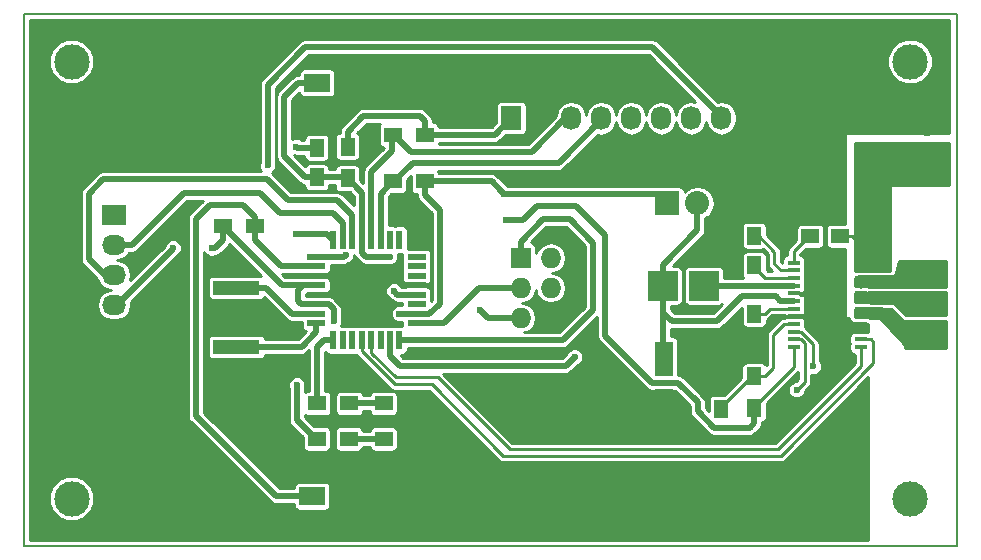
<source format=gtl>
G04 #@! TF.FileFunction,Copper,L1,Top,Signal*
%FSLAX46Y46*%
G04 Gerber Fmt 4.6, Leading zero omitted, Abs format (unit mm)*
G04 Created by KiCad (PCBNEW 0.201602181416+6564~42~ubuntu15.04.1-product) date Mon 22 Feb 2016 02:25:23 PM EST*
%MOMM*%
G01*
G04 APERTURE LIST*
%ADD10C,0.100000*%
%ADD11C,0.150000*%
%ADD12R,1.501140X2.999740*%
%ADD13R,1.250000X1.500000*%
%ADD14R,1.500000X1.250000*%
%ADD15R,1.500000X1.300000*%
%ADD16R,1.600000X0.550000*%
%ADD17R,0.550000X1.600000*%
%ADD18R,2.500000X2.500000*%
%ADD19R,1.727200X1.727200*%
%ADD20O,1.727200X1.727200*%
%ADD21R,2.032000X2.032000*%
%ADD22O,2.032000X2.032000*%
%ADD23R,2.032000X1.727200*%
%ADD24O,2.032000X1.727200*%
%ADD25R,1.727200X2.032000*%
%ADD26O,1.727200X2.032000*%
%ADD27R,1.300000X1.500000*%
%ADD28R,2.180000X1.600000*%
%ADD29R,1.100000X0.400000*%
%ADD30R,2.400000X5.160000*%
%ADD31R,4.000000X1.200000*%
%ADD32R,4.000000X1.400000*%
%ADD33C,3.000000*%
%ADD34C,0.600000*%
%ADD35C,0.500000*%
%ADD36C,0.250000*%
%ADD37C,1.000000*%
%ADD38C,0.254000*%
G04 APERTURE END LIST*
D10*
D11*
X100000000Y-25000000D02*
X100000000Y-70000000D01*
X179000000Y-25000000D02*
X179000000Y-70000000D01*
X179000000Y-25000000D02*
X100000000Y-25000000D01*
X100000000Y-70000000D02*
X179000000Y-70000000D01*
D12*
X171200000Y-33601020D03*
X171200000Y-37598980D03*
D13*
X161800000Y-46250000D03*
X161800000Y-43750000D03*
D14*
X166550000Y-43800000D03*
X169050000Y-43800000D03*
D13*
X161800000Y-50350000D03*
X161800000Y-52850000D03*
X159000000Y-58400000D03*
X159000000Y-55900000D03*
X124767363Y-38802527D03*
X124767363Y-36302527D03*
D12*
X154200000Y-58198980D03*
X154200000Y-54201020D03*
D15*
X133117363Y-60952527D03*
X130417363Y-60952527D03*
D16*
X124717363Y-45552527D03*
X124717363Y-46352527D03*
X124717363Y-47152527D03*
X124717363Y-47952527D03*
X124717363Y-48752527D03*
X124717363Y-49552527D03*
X124717363Y-50352527D03*
X124717363Y-51152527D03*
D17*
X126167363Y-52602527D03*
X126967363Y-52602527D03*
X127767363Y-52602527D03*
X128567363Y-52602527D03*
X129367363Y-52602527D03*
X130167363Y-52602527D03*
X130967363Y-52602527D03*
X131767363Y-52602527D03*
D16*
X133217363Y-51152527D03*
X133217363Y-50352527D03*
X133217363Y-49552527D03*
X133217363Y-48752527D03*
X133217363Y-47952527D03*
X133217363Y-47152527D03*
X133217363Y-46352527D03*
X133217363Y-45552527D03*
D17*
X131767363Y-44102527D03*
X130967363Y-44102527D03*
X130167363Y-44102527D03*
X129367363Y-44102527D03*
X128567363Y-44102527D03*
X127767363Y-44102527D03*
X126967363Y-44102527D03*
X126167363Y-44102527D03*
D18*
X157550000Y-48000000D03*
X154050000Y-48000000D03*
D19*
X142027363Y-45612527D03*
D20*
X144567363Y-45612527D03*
X142027363Y-48152527D03*
X144567363Y-48152527D03*
X142027363Y-50692527D03*
X144567363Y-50692527D03*
D21*
X176400000Y-36800000D03*
D22*
X176400000Y-34260000D03*
D23*
X176400000Y-52140000D03*
D24*
X176400000Y-49600000D03*
X176400000Y-47060000D03*
D25*
X141240000Y-33800000D03*
D26*
X143780000Y-33800000D03*
X146320000Y-33800000D03*
X148860000Y-33800000D03*
X151400000Y-33800000D03*
X153940000Y-33800000D03*
X156480000Y-33800000D03*
X159020000Y-33800000D03*
D23*
X107600000Y-41980000D03*
D24*
X107600000Y-44520000D03*
X107600000Y-47060000D03*
X107600000Y-49600000D03*
X107600000Y-52140000D03*
X107600000Y-54680000D03*
D21*
X154460000Y-41000000D03*
D22*
X157000000Y-41000000D03*
D15*
X124767363Y-60952527D03*
X127467363Y-60952527D03*
D27*
X127367363Y-38902527D03*
X127367363Y-36202527D03*
D15*
X119517363Y-42952527D03*
X116817363Y-42952527D03*
X133917363Y-35200000D03*
X131217363Y-35200000D03*
X133917363Y-39152527D03*
X131217363Y-39152527D03*
D27*
X161800000Y-55650000D03*
X161800000Y-58350000D03*
D28*
X124797570Y-30797680D03*
X134002430Y-30802320D03*
X124364933Y-65797680D03*
X133569793Y-65802320D03*
D29*
X165150000Y-46025000D03*
X165150000Y-46675000D03*
X165150000Y-47325000D03*
X165150000Y-47975000D03*
X165150000Y-48625000D03*
X165150000Y-49275000D03*
X165150000Y-49925000D03*
X165150000Y-50575000D03*
X165150000Y-51225000D03*
X165150000Y-51875000D03*
X165150000Y-52525000D03*
X165150000Y-53175000D03*
X170850000Y-53175000D03*
X170850000Y-52525000D03*
X170850000Y-51875000D03*
X170850000Y-51225000D03*
X170850000Y-50575000D03*
X170850000Y-49925000D03*
X170850000Y-49275000D03*
X170850000Y-48625000D03*
X170850000Y-47975000D03*
X170850000Y-47325000D03*
X170850000Y-46675000D03*
X170850000Y-46025000D03*
D30*
X168000000Y-49600000D03*
D15*
X133117363Y-57952527D03*
X130417363Y-57952527D03*
X124817363Y-57952527D03*
X127517363Y-57952527D03*
D31*
X117967363Y-53152527D03*
D32*
X117967363Y-50652527D03*
D31*
X117967363Y-48152527D03*
D33*
X175000000Y-66000000D03*
X104000000Y-66000000D03*
X175000000Y-29000000D03*
X104000000Y-29000000D03*
D34*
X140657198Y-40229849D03*
X112602292Y-44777175D03*
X115866418Y-44790804D03*
X126200000Y-51000000D03*
X123080175Y-56391133D03*
X131767363Y-50352527D03*
X169228594Y-31392451D03*
X169212425Y-32524316D03*
X169244764Y-33753202D03*
X135600000Y-65800000D03*
X134800000Y-61000000D03*
X134800000Y-58000000D03*
X136000000Y-30800000D03*
X121000000Y-51000000D03*
X168000000Y-47400000D03*
X168000000Y-51800000D03*
X168800000Y-50800000D03*
X167200000Y-50800000D03*
X168800000Y-48200000D03*
X167200000Y-48200000D03*
X168000000Y-49600000D03*
X157600000Y-55800000D03*
X156000000Y-59200000D03*
X131767363Y-46952527D03*
X126264796Y-47143000D03*
X126367363Y-48752527D03*
X131286409Y-48427118D03*
X130925020Y-45527549D03*
X138600000Y-50000000D03*
X123000000Y-36200000D03*
X127200000Y-45402529D03*
X140800000Y-42400000D03*
X146600000Y-54000000D03*
X165400000Y-56800000D03*
X166800000Y-54800000D03*
X123000000Y-43600000D03*
X120600000Y-37800000D03*
D35*
X140657198Y-40229849D02*
X153689849Y-40229849D01*
X153689849Y-40229849D02*
X154460000Y-41000000D01*
X140357199Y-39929850D02*
X140657198Y-40229849D01*
X139579876Y-39152527D02*
X140357199Y-39929850D01*
X133917363Y-39152527D02*
X139579876Y-39152527D01*
X107600000Y-49600000D02*
X107834005Y-49600000D01*
X107834005Y-49600000D02*
X112602292Y-44831713D01*
X112602292Y-44831713D02*
X112602292Y-44777175D01*
X116817363Y-44102527D02*
X116129086Y-44790804D01*
X116129086Y-44790804D02*
X115866418Y-44790804D01*
X116817363Y-42952527D02*
X116817363Y-44102527D01*
X124717363Y-49552527D02*
X125782684Y-49552527D01*
X125782684Y-49552527D02*
X126200000Y-49969843D01*
X126200000Y-49969843D02*
X126200000Y-51000000D01*
X123080175Y-56815397D02*
X123080175Y-56391133D01*
X123080175Y-59365339D02*
X123080175Y-56815397D01*
X124667363Y-60952527D02*
X123080175Y-59365339D01*
X124767363Y-60952527D02*
X124667363Y-60952527D01*
X127367363Y-36202527D02*
X127367363Y-34952527D01*
X127367363Y-34952527D02*
X128719890Y-33600000D01*
X128719890Y-33600000D02*
X133467363Y-33600000D01*
X133917363Y-34050000D02*
X133917363Y-35200000D01*
X133467363Y-33600000D02*
X133917363Y-34050000D01*
X133917363Y-35200000D02*
X139840000Y-35200000D01*
X139840000Y-35200000D02*
X141240000Y-33800000D01*
X133217363Y-50352527D02*
X134302365Y-50352527D01*
X134302365Y-50352527D02*
X135167363Y-49487529D01*
X135167363Y-49487529D02*
X135167363Y-41552527D01*
X135167363Y-41552527D02*
X133917363Y-40302527D01*
X133917363Y-40302527D02*
X133917363Y-39152527D01*
X124717363Y-47952527D02*
X123567363Y-47952527D01*
X123567363Y-47952527D02*
X121817363Y-47952527D01*
X123167363Y-49302527D02*
X123167363Y-48352527D01*
X123167363Y-48352527D02*
X123567363Y-47952527D01*
X124717363Y-49552527D02*
X123417363Y-49552527D01*
X123417363Y-49552527D02*
X123167363Y-49302527D01*
X121817363Y-47952527D02*
X116817363Y-42952527D01*
X133217363Y-50352527D02*
X131767363Y-50352527D01*
D36*
X169740731Y-31392451D02*
X169652858Y-31392451D01*
X169652858Y-31392451D02*
X169228594Y-31392451D01*
X171200000Y-32851720D02*
X169740731Y-31392451D01*
X171200000Y-33601020D02*
X171200000Y-32851720D01*
X169212425Y-31408620D02*
X169228594Y-31392451D01*
X169212425Y-32524316D02*
X169212425Y-31408620D01*
X169244764Y-32556655D02*
X169212425Y-32524316D01*
X169244764Y-33753202D02*
X169244764Y-32556655D01*
X133569793Y-65802320D02*
X135597680Y-65802320D01*
X135597680Y-65802320D02*
X135600000Y-65800000D01*
X133117363Y-60952527D02*
X134752527Y-60952527D01*
X134752527Y-60952527D02*
X134800000Y-61000000D01*
X133117363Y-57952527D02*
X134752527Y-57952527D01*
X134752527Y-57952527D02*
X134800000Y-58000000D01*
X134002430Y-30802320D02*
X135997680Y-30802320D01*
X135997680Y-30802320D02*
X136000000Y-30800000D01*
X117967363Y-50652527D02*
X120652527Y-50652527D01*
X120652527Y-50652527D02*
X121000000Y-51000000D01*
X168000000Y-47400000D02*
X167200000Y-48200000D01*
X168800000Y-48200000D02*
X168000000Y-47400000D01*
X168000000Y-49600000D02*
X168000000Y-49000000D01*
X168000000Y-49000000D02*
X168800000Y-48200000D01*
X168800000Y-50800000D02*
X168800000Y-50400000D01*
X168800000Y-50400000D02*
X168000000Y-49600000D01*
X167200000Y-50800000D02*
X168800000Y-50800000D01*
X168000000Y-51800000D02*
X168000000Y-51600000D01*
X168000000Y-51600000D02*
X167200000Y-50800000D01*
D37*
X159000000Y-55900000D02*
X157700000Y-55900000D01*
X157700000Y-55900000D02*
X157600000Y-55800000D01*
X154200000Y-58198980D02*
X154998980Y-58198980D01*
X154998980Y-58198980D02*
X156000000Y-59200000D01*
D36*
X159000000Y-55900000D02*
X159000000Y-55775000D01*
X159000000Y-55775000D02*
X161800000Y-52975000D01*
X161800000Y-52975000D02*
X161800000Y-52850000D01*
X161800000Y-52850000D02*
X161800000Y-52725000D01*
X161800000Y-52725000D02*
X163950000Y-50575000D01*
X163950000Y-50575000D02*
X164350000Y-50575000D01*
X164350000Y-50575000D02*
X165150000Y-50575000D01*
X165150000Y-48625000D02*
X165625000Y-48625000D01*
X165625000Y-48625000D02*
X165749999Y-48749999D01*
X165749999Y-48749999D02*
X167149999Y-48749999D01*
X167149999Y-48749999D02*
X168000000Y-49600000D01*
X165150000Y-50575000D02*
X165625000Y-50575000D01*
X165749999Y-50450001D02*
X167149999Y-50450001D01*
X165625000Y-50575000D02*
X165749999Y-50450001D01*
X167149999Y-50450001D02*
X168000000Y-49600000D01*
X170850000Y-51875000D02*
X170050000Y-51875000D01*
X170050000Y-51875000D02*
X168000000Y-49825000D01*
X168000000Y-49825000D02*
X168000000Y-49600000D01*
X170850000Y-51225000D02*
X169625000Y-51225000D01*
X169625000Y-51225000D02*
X168000000Y-49600000D01*
D35*
X133217363Y-47952527D02*
X132132361Y-47952527D01*
X132132361Y-47952527D02*
X131767363Y-47587529D01*
X131767363Y-47587529D02*
X131767363Y-46952527D01*
X126255269Y-47152527D02*
X126264796Y-47143000D01*
X124717363Y-47152527D02*
X126255269Y-47152527D01*
X124717363Y-48752527D02*
X126367363Y-48752527D01*
X131586408Y-48727117D02*
X131286409Y-48427118D01*
X131611818Y-48752527D02*
X131586408Y-48727117D01*
X133217363Y-48752527D02*
X131611818Y-48752527D01*
D36*
X169050000Y-43800000D02*
X170050000Y-43800000D01*
X170050000Y-43800000D02*
X170850000Y-44600000D01*
X170850000Y-44600000D02*
X170850000Y-46025000D01*
X165150000Y-47325000D02*
X162750000Y-47325000D01*
X162750000Y-47325000D02*
X161800000Y-46375000D01*
X161800000Y-46375000D02*
X161800000Y-46250000D01*
X165150000Y-46675000D02*
X164030577Y-46675000D01*
X164030577Y-46675000D02*
X163511474Y-46155897D01*
X163511474Y-46155897D02*
X163511474Y-45088215D01*
X163511474Y-45088215D02*
X162173259Y-43750000D01*
X162173259Y-43750000D02*
X161800000Y-43750000D01*
X165150000Y-46025000D02*
X165150000Y-45075000D01*
X165150000Y-45075000D02*
X166425000Y-43800000D01*
X166425000Y-43800000D02*
X166550000Y-43800000D01*
X161800000Y-50350000D02*
X162675000Y-50350000D01*
X162675000Y-50350000D02*
X163100000Y-49925000D01*
X163100000Y-49925000D02*
X164350000Y-49925000D01*
X164350000Y-49925000D02*
X165150000Y-49925000D01*
X159000000Y-58400000D02*
X159000000Y-58275000D01*
X159000000Y-58275000D02*
X161625000Y-55650000D01*
X161625000Y-55650000D02*
X161800000Y-55650000D01*
X163400000Y-54950000D02*
X163400000Y-52175000D01*
X163400000Y-52175000D02*
X164350000Y-51225000D01*
X164350000Y-51225000D02*
X165150000Y-51225000D01*
X161800000Y-55650000D02*
X162700000Y-55650000D01*
X162700000Y-55650000D02*
X163400000Y-54950000D01*
D35*
X130500756Y-45527549D02*
X130925020Y-45527549D01*
X128567363Y-45189626D02*
X128905286Y-45527549D01*
X128905286Y-45527549D02*
X130500756Y-45527549D01*
X128567363Y-44102527D02*
X128567363Y-45189626D01*
X124797570Y-30797680D02*
X123207570Y-30797680D01*
X123207570Y-30797680D02*
X122000000Y-32005250D01*
X122000000Y-32005250D02*
X122000000Y-37035377D01*
X122000000Y-37035377D02*
X123767150Y-38802527D01*
X123767150Y-38802527D02*
X124767363Y-38802527D01*
X142027363Y-50692527D02*
X139292527Y-50692527D01*
X139292527Y-50692527D02*
X138600000Y-50000000D01*
X127367363Y-38902527D02*
X127367363Y-38802527D01*
X124767363Y-38802527D02*
X127267363Y-38802527D01*
X127267363Y-38802527D02*
X127367363Y-38902527D01*
X128567363Y-44102527D02*
X128567363Y-40104318D01*
X128567363Y-40104318D02*
X128343931Y-39880886D01*
X128343931Y-39880886D02*
X128343931Y-39879095D01*
X128343931Y-39879095D02*
X127367363Y-38902527D01*
X124767363Y-36302527D02*
X123102527Y-36302527D01*
X123102527Y-36302527D02*
X123000000Y-36200000D01*
X154050000Y-48000000D02*
X154050000Y-46250000D01*
X157000000Y-42436840D02*
X157000000Y-41000000D01*
X154050000Y-46250000D02*
X157000000Y-43300000D01*
X157000000Y-43300000D02*
X157000000Y-42436840D01*
X165150000Y-49275000D02*
X164008460Y-49275000D01*
X160736434Y-48882529D02*
X158618377Y-51000586D01*
X154050000Y-50250813D02*
X154050000Y-49750000D01*
X164008460Y-49275000D02*
X163615989Y-48882529D01*
X163615989Y-48882529D02*
X160736434Y-48882529D01*
X158618377Y-51000586D02*
X154799773Y-51000586D01*
X154799773Y-51000586D02*
X154050000Y-50250813D01*
X154200000Y-54201020D02*
X154046562Y-54047582D01*
X154046562Y-54047582D02*
X154046562Y-49753438D01*
X154046562Y-49753438D02*
X154050000Y-49750000D01*
X154050000Y-49750000D02*
X154050000Y-48000000D01*
X127467363Y-60952527D02*
X130417363Y-60952527D01*
X124717363Y-45552527D02*
X127050002Y-45552527D01*
X127050002Y-45552527D02*
X127200000Y-45402529D01*
X140800000Y-42400000D02*
X142200000Y-42400000D01*
X142200000Y-42400000D02*
X143400000Y-41200000D01*
X143400000Y-41200000D02*
X146751074Y-41200000D01*
X161800000Y-59600000D02*
X161800000Y-58350000D01*
X146751074Y-41200000D02*
X149200000Y-43648926D01*
X149200000Y-52261462D02*
X153137966Y-56199428D01*
X149200000Y-43648926D02*
X149200000Y-52261462D01*
X153137966Y-56199428D02*
X155359108Y-56199428D01*
X155359108Y-56199428D02*
X157020285Y-57860605D01*
X157020285Y-57860605D02*
X157020285Y-58630102D01*
X161405089Y-59994911D02*
X161800000Y-59600000D01*
X157020285Y-58630102D02*
X158385094Y-59994911D01*
X158385094Y-59994911D02*
X161405089Y-59994911D01*
D36*
X161800000Y-58350000D02*
X161800000Y-58250000D01*
X161800000Y-58250000D02*
X165150000Y-54900000D01*
X165150000Y-54900000D02*
X165150000Y-53625000D01*
X165150000Y-53625000D02*
X165150000Y-53175000D01*
D35*
X124368317Y-65887009D02*
X124286436Y-65805128D01*
X124286436Y-65805128D02*
X121329854Y-65805128D01*
X121329854Y-65805128D02*
X114536844Y-59012118D01*
X114536844Y-59012118D02*
X114526844Y-59012118D01*
X114526844Y-59012118D02*
X114526844Y-42343096D01*
X114526844Y-42343096D02*
X115738302Y-41131638D01*
X115738302Y-41131638D02*
X118519533Y-41131638D01*
X118519533Y-41131638D02*
X119517363Y-42129468D01*
X119517363Y-42129468D02*
X119517363Y-42952527D01*
X119517363Y-42952527D02*
X119517363Y-44102527D01*
X119517363Y-44102527D02*
X121767363Y-46352527D01*
X121767363Y-46352527D02*
X123417363Y-46352527D01*
X123417363Y-46352527D02*
X124717363Y-46352527D01*
X124817363Y-57952527D02*
X124817363Y-53177527D01*
X124817363Y-53177527D02*
X125392363Y-52602527D01*
X125392363Y-52602527D02*
X126167363Y-52602527D01*
D36*
X170850000Y-53175000D02*
X170850000Y-54766669D01*
X131472878Y-55747165D02*
X129367363Y-53641650D01*
X170850000Y-54766669D02*
X163796958Y-61819711D01*
X163796958Y-61819711D02*
X141099463Y-61819711D01*
X141099463Y-61819711D02*
X135026917Y-55747165D01*
X135026917Y-55747165D02*
X131472878Y-55747165D01*
X129367363Y-53641650D02*
X129367363Y-52602527D01*
D35*
X146600000Y-54000000D02*
X145847473Y-54752527D01*
X145847473Y-54752527D02*
X131817363Y-54752527D01*
X131817363Y-54752527D02*
X130967363Y-53902527D01*
X130967363Y-53902527D02*
X130967363Y-52602527D01*
X148167363Y-44352527D02*
X148167363Y-50026620D01*
X148167363Y-50026620D02*
X145591456Y-52602527D01*
X145591456Y-52602527D02*
X132542363Y-52602527D01*
X132542363Y-52602527D02*
X131767363Y-52602527D01*
X146167363Y-42352527D02*
X148167363Y-44352527D01*
X143923763Y-42352527D02*
X146167363Y-42352527D01*
X142027363Y-45612527D02*
X142027363Y-44248927D01*
X142027363Y-44248927D02*
X143923763Y-42352527D01*
X142027363Y-48152527D02*
X138511212Y-48152527D01*
X138511212Y-48152527D02*
X135511212Y-51152527D01*
X134517363Y-51152527D02*
X133217363Y-51152527D01*
X135511212Y-51152527D02*
X134517363Y-51152527D01*
D36*
X165150000Y-52525000D02*
X165732884Y-52525000D01*
X165732884Y-52525000D02*
X166064347Y-52856463D01*
X166064347Y-52856463D02*
X166064347Y-56135653D01*
X166064347Y-56135653D02*
X165400000Y-56800000D01*
D35*
X131217363Y-39152527D02*
X131317363Y-39152527D01*
X148860000Y-33952400D02*
X148860000Y-33800000D01*
X131317363Y-39152527D02*
X132911282Y-37558608D01*
X132911282Y-37558608D02*
X145253792Y-37558608D01*
X145253792Y-37558608D02*
X148860000Y-33952400D01*
X130167363Y-40202527D02*
X131217363Y-39152527D01*
X130167363Y-44102527D02*
X130167363Y-40202527D01*
D36*
X165150000Y-51875000D02*
X165746667Y-51875000D01*
X165746667Y-51875000D02*
X166800000Y-52928333D01*
X166800000Y-52928333D02*
X166800000Y-54800000D01*
D35*
X129367363Y-44102527D02*
X129367363Y-38360787D01*
X129367363Y-38360787D02*
X131125334Y-36602816D01*
X131125334Y-35292029D02*
X131217363Y-35200000D01*
X131125334Y-36602816D02*
X131125334Y-35292029D01*
X146320000Y-33800000D02*
X145790125Y-33800000D01*
X145790125Y-33800000D02*
X142963484Y-36626641D01*
X142963484Y-36626641D02*
X132773155Y-36626641D01*
X132773155Y-36626641D02*
X131346514Y-35200000D01*
X131346514Y-35200000D02*
X131217363Y-35200000D01*
X146320000Y-33952400D02*
X146320000Y-33800000D01*
X146320000Y-33647600D02*
X146320000Y-33800000D01*
X127767363Y-44102527D02*
X127767363Y-42017527D01*
X122307617Y-40720267D02*
X120558396Y-38971046D01*
X105451491Y-40190200D02*
X105451491Y-45713496D01*
X127767363Y-42017527D02*
X126470103Y-40720267D01*
X105451491Y-45713496D02*
X106797995Y-47060000D01*
X126470103Y-40720267D02*
X122307617Y-40720267D01*
X120558396Y-38971046D02*
X106670645Y-38971046D01*
X106670645Y-38971046D02*
X105451491Y-40190200D01*
X106797995Y-47060000D02*
X107600000Y-47060000D01*
X107600000Y-44520000D02*
X109116000Y-44520000D01*
X109116000Y-44520000D02*
X113504706Y-40131294D01*
X113504706Y-40131294D02*
X119978832Y-40131294D01*
X126967363Y-42698805D02*
X126967363Y-44102527D01*
X119978832Y-40131294D02*
X121686954Y-41839416D01*
X121686954Y-41839416D02*
X126107974Y-41839416D01*
X126107974Y-41839416D02*
X126967363Y-42698805D01*
X159020000Y-33800000D02*
X159020000Y-33647600D01*
X159020000Y-33647600D02*
X153149635Y-27777235D01*
X153149635Y-27777235D02*
X123788288Y-27777235D01*
X123788288Y-27777235D02*
X120600000Y-30965523D01*
X120600000Y-30965523D02*
X120600000Y-37800000D01*
X123000000Y-43600000D02*
X125664836Y-43600000D01*
X125664836Y-43600000D02*
X126167363Y-44102527D01*
X165150000Y-47975000D02*
X157575000Y-47975000D01*
X157575000Y-47975000D02*
X157550000Y-48000000D01*
D36*
X170850000Y-50575000D02*
X170850000Y-50274999D01*
X170850000Y-49925000D02*
X170850000Y-50274999D01*
X170850000Y-50274999D02*
X170800000Y-50324999D01*
D37*
X171960001Y-50324999D02*
X170800000Y-50324999D01*
X176400000Y-52140000D02*
X174384000Y-52140000D01*
X174384000Y-52140000D02*
X172568999Y-50324999D01*
X172568999Y-50324999D02*
X171960001Y-50324999D01*
X173784000Y-49000000D02*
X171400000Y-49000000D01*
D36*
X170850000Y-48625000D02*
X171025000Y-48625000D01*
D37*
X171400000Y-49000000D02*
X170800000Y-49000000D01*
D36*
X171025000Y-48625000D02*
X171400000Y-49000000D01*
X170850000Y-48625000D02*
X170850000Y-49275000D01*
D37*
X176400000Y-49600000D02*
X174384000Y-49600000D01*
X174384000Y-49600000D02*
X173784000Y-49000000D01*
D35*
X170850000Y-47975000D02*
X170850000Y-47325000D01*
D36*
X170850000Y-47325000D02*
X170850000Y-47550000D01*
X170850000Y-47550000D02*
X170800000Y-47600000D01*
D37*
X173844000Y-47600000D02*
X170800000Y-47600000D01*
X176400000Y-47060000D02*
X174384000Y-47060000D01*
X174384000Y-47060000D02*
X173844000Y-47600000D01*
D35*
X127517363Y-57952527D02*
X130417363Y-57952527D01*
X117967363Y-48152527D02*
X120467363Y-48152527D01*
X120467363Y-48152527D02*
X122667363Y-50352527D01*
X122667363Y-50352527D02*
X123417363Y-50352527D01*
X123417363Y-50352527D02*
X124717363Y-50352527D01*
X117967363Y-53152527D02*
X123492363Y-53152527D01*
X123492363Y-53152527D02*
X124717363Y-51927527D01*
X124717363Y-51927527D02*
X124717363Y-51152527D01*
D36*
X170850000Y-52525000D02*
X171650000Y-52525000D01*
X128661289Y-53594840D02*
X128567363Y-53500914D01*
X171650000Y-52525000D02*
X171866856Y-52741856D01*
X128567363Y-53500914D02*
X128567363Y-52602527D01*
X171866856Y-52741856D02*
X171866856Y-54562999D01*
X171866856Y-54562999D02*
X164035134Y-62394721D01*
X164035134Y-62394721D02*
X140574518Y-62394721D01*
X140574518Y-62394721D02*
X134491754Y-56311957D01*
X134491754Y-56311957D02*
X131374251Y-56311957D01*
X131374251Y-56311957D02*
X128661289Y-53598995D01*
X128661289Y-53598995D02*
X128661289Y-53594840D01*
D38*
G36*
X178073000Y-48073000D02*
X171551775Y-48073000D01*
X171547098Y-48069875D01*
X171400000Y-48040615D01*
X170327000Y-48040615D01*
X170327000Y-47327000D01*
X173600000Y-47327000D01*
X173648601Y-47317333D01*
X173689803Y-47289803D01*
X173722114Y-47234890D01*
X174095797Y-45927000D01*
X178073000Y-45927000D01*
X178073000Y-48073000D01*
X178073000Y-48073000D01*
G37*
X178073000Y-48073000D02*
X171551775Y-48073000D01*
X171547098Y-48069875D01*
X171400000Y-48040615D01*
X170327000Y-48040615D01*
X170327000Y-47327000D01*
X173600000Y-47327000D01*
X173648601Y-47317333D01*
X173689803Y-47289803D01*
X173722114Y-47234890D01*
X174095797Y-45927000D01*
X178073000Y-45927000D01*
X178073000Y-48073000D01*
G36*
X178073000Y-50473000D02*
X174652606Y-50473000D01*
X173689803Y-49510197D01*
X173648601Y-49482667D01*
X173600000Y-49473000D01*
X172694687Y-49473000D01*
X172568999Y-49447999D01*
X171664019Y-49447999D01*
X171547098Y-49369875D01*
X171400000Y-49340615D01*
X170327000Y-49340615D01*
X170327000Y-48559385D01*
X170635762Y-48559385D01*
X170850000Y-48602000D01*
X171064238Y-48559385D01*
X171400000Y-48559385D01*
X171547098Y-48530125D01*
X171551775Y-48527000D01*
X178073000Y-48527000D01*
X178073000Y-50473000D01*
X178073000Y-50473000D01*
G37*
X178073000Y-50473000D02*
X174652606Y-50473000D01*
X173689803Y-49510197D01*
X173648601Y-49482667D01*
X173600000Y-49473000D01*
X172694687Y-49473000D01*
X172568999Y-49447999D01*
X171664019Y-49447999D01*
X171547098Y-49369875D01*
X171400000Y-49340615D01*
X170327000Y-49340615D01*
X170327000Y-48559385D01*
X170635762Y-48559385D01*
X170850000Y-48602000D01*
X171064238Y-48559385D01*
X171400000Y-48559385D01*
X171547098Y-48530125D01*
X171551775Y-48527000D01*
X178073000Y-48527000D01*
X178073000Y-50473000D01*
G36*
X174310197Y-50889803D02*
X174351399Y-50917333D01*
X174400000Y-50927000D01*
X178073000Y-50927000D01*
X178073000Y-53273000D01*
X174527000Y-53273000D01*
X174527000Y-53000000D01*
X174517333Y-52951399D01*
X174493972Y-52914571D01*
X172493972Y-50714571D01*
X172454127Y-50685112D01*
X172400000Y-50673000D01*
X171551775Y-50673000D01*
X171547098Y-50669875D01*
X171400000Y-50640615D01*
X170327000Y-50640615D01*
X170327000Y-49927000D01*
X173347394Y-49927000D01*
X174310197Y-50889803D01*
X174310197Y-50889803D01*
G37*
X174310197Y-50889803D02*
X174351399Y-50917333D01*
X174400000Y-50927000D01*
X178073000Y-50927000D01*
X178073000Y-53273000D01*
X174527000Y-53273000D01*
X174527000Y-53000000D01*
X174517333Y-52951399D01*
X174493972Y-52914571D01*
X172493972Y-50714571D01*
X172454127Y-50685112D01*
X172400000Y-50673000D01*
X171551775Y-50673000D01*
X171547098Y-50669875D01*
X171400000Y-50640615D01*
X170327000Y-50640615D01*
X170327000Y-49927000D01*
X173347394Y-49927000D01*
X174310197Y-50889803D01*
G36*
X178273000Y-39473000D02*
X173400000Y-39473000D01*
X173351399Y-39482667D01*
X173310197Y-39510197D01*
X173282667Y-39551399D01*
X173273000Y-39600000D01*
X173273000Y-46723000D01*
X170975683Y-46723000D01*
X170850000Y-46698000D01*
X170635762Y-46740615D01*
X170327000Y-46740615D01*
X170327000Y-35927000D01*
X178273000Y-35927000D01*
X178273000Y-39473000D01*
X178273000Y-39473000D01*
G37*
X178273000Y-39473000D02*
X173400000Y-39473000D01*
X173351399Y-39482667D01*
X173310197Y-39510197D01*
X173282667Y-39551399D01*
X173273000Y-39600000D01*
X173273000Y-46723000D01*
X170975683Y-46723000D01*
X170850000Y-46698000D01*
X170635762Y-46740615D01*
X170327000Y-46740615D01*
X170327000Y-35927000D01*
X178273000Y-35927000D01*
X178273000Y-39473000D01*
G36*
X178273000Y-35073000D02*
X169600000Y-35073000D01*
X169551399Y-35082667D01*
X169510197Y-35110197D01*
X169482667Y-35151399D01*
X169473000Y-35200000D01*
X169473000Y-42739635D01*
X168300000Y-42739635D01*
X168133393Y-42772775D01*
X167992150Y-42867150D01*
X167897775Y-43008393D01*
X167864635Y-43175000D01*
X167864635Y-44425000D01*
X167897775Y-44591607D01*
X167992150Y-44732850D01*
X168133393Y-44827225D01*
X168300000Y-44860365D01*
X169473000Y-44860365D01*
X169473000Y-50600000D01*
X169482667Y-50648601D01*
X169510197Y-50689803D01*
X169551399Y-50717333D01*
X169600000Y-50727000D01*
X169864635Y-50727000D01*
X169864635Y-50775000D01*
X169897775Y-50941607D01*
X169992150Y-51082850D01*
X170133393Y-51177225D01*
X170300000Y-51210365D01*
X170590692Y-51210365D01*
X170800000Y-51251999D01*
X171473000Y-51251999D01*
X171473000Y-51904156D01*
X171400000Y-51889635D01*
X170300000Y-51889635D01*
X170133393Y-51922775D01*
X169992150Y-52017150D01*
X169897775Y-52158393D01*
X169864635Y-52325000D01*
X169864635Y-52725000D01*
X169889499Y-52850000D01*
X169864635Y-52975000D01*
X169864635Y-53375000D01*
X169897775Y-53541607D01*
X169992150Y-53682850D01*
X170133393Y-53777225D01*
X170298000Y-53809967D01*
X170298000Y-54538023D01*
X163568312Y-61267711D01*
X141328109Y-61267711D01*
X135489925Y-55429527D01*
X145847473Y-55429527D01*
X146106550Y-55377993D01*
X146326184Y-55231238D01*
X146891077Y-54666345D01*
X147011275Y-54616680D01*
X147215961Y-54412350D01*
X147326874Y-54145244D01*
X147327126Y-53856025D01*
X147216680Y-53588725D01*
X147012350Y-53384039D01*
X146745244Y-53273126D01*
X146456025Y-53272874D01*
X146188725Y-53383320D01*
X145984039Y-53587650D01*
X145933701Y-53708877D01*
X145567051Y-54075527D01*
X132097786Y-54075527D01*
X131860150Y-53837892D01*
X132042363Y-53837892D01*
X132208970Y-53804752D01*
X132350213Y-53710377D01*
X132444588Y-53569134D01*
X132477728Y-53402527D01*
X132477728Y-53279527D01*
X145591456Y-53279527D01*
X145850533Y-53227993D01*
X146070167Y-53081238D01*
X148523000Y-50628406D01*
X148523000Y-52261462D01*
X148574534Y-52520539D01*
X148693655Y-52698816D01*
X148721289Y-52740173D01*
X152659255Y-56678139D01*
X152878889Y-56824894D01*
X153137966Y-56876428D01*
X155078686Y-56876428D01*
X156343285Y-58141027D01*
X156343285Y-58630102D01*
X156394819Y-58889179D01*
X156494186Y-59037892D01*
X156541574Y-59108813D01*
X157906382Y-60473622D01*
X158016200Y-60546999D01*
X158126017Y-60620377D01*
X158385094Y-60671911D01*
X161405089Y-60671911D01*
X161664166Y-60620377D01*
X161883800Y-60473622D01*
X162278711Y-60078712D01*
X162397920Y-59900302D01*
X162425466Y-59859077D01*
X162477000Y-59600000D01*
X162477000Y-59529994D01*
X162616607Y-59502225D01*
X162757850Y-59407850D01*
X162852225Y-59266607D01*
X162885365Y-59100000D01*
X162885365Y-57945281D01*
X165512347Y-55318299D01*
X165512347Y-55907007D01*
X165346401Y-56072953D01*
X165256025Y-56072874D01*
X164988725Y-56183320D01*
X164784039Y-56387650D01*
X164673126Y-56654756D01*
X164672874Y-56943975D01*
X164783320Y-57211275D01*
X164987650Y-57415961D01*
X165254756Y-57526874D01*
X165543975Y-57527126D01*
X165811275Y-57416680D01*
X166015961Y-57212350D01*
X166126874Y-56945244D01*
X166126954Y-56853692D01*
X166454670Y-56525976D01*
X166574329Y-56346894D01*
X166616347Y-56135653D01*
X166616347Y-55510925D01*
X166654756Y-55526874D01*
X166943975Y-55527126D01*
X167211275Y-55416680D01*
X167415961Y-55212350D01*
X167526874Y-54945244D01*
X167527126Y-54656025D01*
X167416680Y-54388725D01*
X167352000Y-54323932D01*
X167352000Y-52928333D01*
X167309982Y-52717092D01*
X167309982Y-52717091D01*
X167190323Y-52538010D01*
X166136990Y-51484677D01*
X166125078Y-51476717D01*
X166135365Y-51425000D01*
X166135365Y-51025000D01*
X166102225Y-50858393D01*
X166007850Y-50717150D01*
X165866607Y-50622775D01*
X165700000Y-50589635D01*
X164600000Y-50589635D01*
X164433393Y-50622775D01*
X164358226Y-50673000D01*
X164350000Y-50673000D01*
X164138758Y-50715018D01*
X163959677Y-50834677D01*
X163009677Y-51784677D01*
X162890018Y-51963758D01*
X162882335Y-52002386D01*
X162848000Y-52175000D01*
X162848000Y-54721354D01*
X162845711Y-54723643D01*
X162757850Y-54592150D01*
X162616607Y-54497775D01*
X162450000Y-54464635D01*
X161150000Y-54464635D01*
X160983393Y-54497775D01*
X160842150Y-54592150D01*
X160747775Y-54733393D01*
X160714635Y-54900000D01*
X160714635Y-55779719D01*
X159279719Y-57214635D01*
X158375000Y-57214635D01*
X158208393Y-57247775D01*
X158067150Y-57342150D01*
X157972775Y-57483393D01*
X157939635Y-57650000D01*
X157939635Y-58592030D01*
X157697285Y-58349680D01*
X157697285Y-57860605D01*
X157645751Y-57601528D01*
X157498996Y-57381894D01*
X155837819Y-55720717D01*
X155808146Y-55700890D01*
X155618185Y-55573962D01*
X155385935Y-55527764D01*
X155385935Y-52701150D01*
X155352795Y-52534543D01*
X155258420Y-52393300D01*
X155117177Y-52298925D01*
X154950570Y-52265785D01*
X154723562Y-52265785D01*
X154723562Y-51662427D01*
X154799773Y-51677586D01*
X158618377Y-51677586D01*
X158877454Y-51626052D01*
X159097088Y-51479297D01*
X160739635Y-49836750D01*
X160739635Y-51100000D01*
X160772775Y-51266607D01*
X160867150Y-51407850D01*
X161008393Y-51502225D01*
X161175000Y-51535365D01*
X162425000Y-51535365D01*
X162591607Y-51502225D01*
X162732850Y-51407850D01*
X162827225Y-51266607D01*
X162860365Y-51100000D01*
X162860365Y-50865129D01*
X162886242Y-50859982D01*
X163065323Y-50740323D01*
X163328646Y-50477000D01*
X164358226Y-50477000D01*
X164433393Y-50527225D01*
X164600000Y-50560365D01*
X165700000Y-50560365D01*
X165866607Y-50527225D01*
X166007850Y-50432850D01*
X166102225Y-50291607D01*
X166135365Y-50125000D01*
X166135365Y-49725000D01*
X166110501Y-49600000D01*
X166135365Y-49475000D01*
X166135365Y-49075000D01*
X166102225Y-48908393D01*
X166007850Y-48767150D01*
X165866607Y-48672775D01*
X165700000Y-48639635D01*
X165359312Y-48639635D01*
X165285737Y-48625000D01*
X165359312Y-48610365D01*
X165700000Y-48610365D01*
X165866607Y-48577225D01*
X166007850Y-48482850D01*
X166102225Y-48341607D01*
X166135365Y-48175000D01*
X166135365Y-47775000D01*
X166110501Y-47650000D01*
X166135365Y-47525000D01*
X166135365Y-47125000D01*
X166110501Y-47000000D01*
X166135365Y-46875000D01*
X166135365Y-46475000D01*
X166110501Y-46350000D01*
X166135365Y-46225000D01*
X166135365Y-45825000D01*
X166102225Y-45658393D01*
X166007850Y-45517150D01*
X165866607Y-45422775D01*
X165702000Y-45390033D01*
X165702000Y-45303646D01*
X166145281Y-44860365D01*
X167300000Y-44860365D01*
X167466607Y-44827225D01*
X167607850Y-44732850D01*
X167702225Y-44591607D01*
X167735365Y-44425000D01*
X167735365Y-43175000D01*
X167702225Y-43008393D01*
X167607850Y-42867150D01*
X167466607Y-42772775D01*
X167300000Y-42739635D01*
X165800000Y-42739635D01*
X165633393Y-42772775D01*
X165492150Y-42867150D01*
X165397775Y-43008393D01*
X165364635Y-43175000D01*
X165364635Y-44079719D01*
X164759677Y-44684677D01*
X164640018Y-44863758D01*
X164625891Y-44934779D01*
X164598000Y-45075000D01*
X164598000Y-45390033D01*
X164433393Y-45422775D01*
X164292150Y-45517150D01*
X164197775Y-45658393D01*
X164164635Y-45825000D01*
X164164635Y-46028412D01*
X164063474Y-45927251D01*
X164063474Y-45088215D01*
X164045671Y-44998711D01*
X164021456Y-44876973D01*
X163901797Y-44697892D01*
X162860365Y-43656460D01*
X162860365Y-43000000D01*
X162827225Y-42833393D01*
X162732850Y-42692150D01*
X162591607Y-42597775D01*
X162425000Y-42564635D01*
X161175000Y-42564635D01*
X161008393Y-42597775D01*
X160867150Y-42692150D01*
X160772775Y-42833393D01*
X160739635Y-43000000D01*
X160739635Y-44500000D01*
X160772775Y-44666607D01*
X160867150Y-44807850D01*
X161008393Y-44902225D01*
X161175000Y-44935365D01*
X162425000Y-44935365D01*
X162552597Y-44909984D01*
X162959474Y-45316861D01*
X162959474Y-46155897D01*
X163001492Y-46367139D01*
X163121151Y-46546220D01*
X163347931Y-46773000D01*
X162978646Y-46773000D01*
X162860365Y-46654719D01*
X162860365Y-45500000D01*
X162827225Y-45333393D01*
X162732850Y-45192150D01*
X162591607Y-45097775D01*
X162425000Y-45064635D01*
X161175000Y-45064635D01*
X161008393Y-45097775D01*
X160867150Y-45192150D01*
X160772775Y-45333393D01*
X160739635Y-45500000D01*
X160739635Y-47000000D01*
X160772775Y-47166607D01*
X160860568Y-47298000D01*
X159235365Y-47298000D01*
X159235365Y-46750000D01*
X159202225Y-46583393D01*
X159107850Y-46442150D01*
X158966607Y-46347775D01*
X158800000Y-46314635D01*
X156300000Y-46314635D01*
X156133393Y-46347775D01*
X155992150Y-46442150D01*
X155897775Y-46583393D01*
X155864635Y-46750000D01*
X155864635Y-49250000D01*
X155897775Y-49416607D01*
X155992150Y-49557850D01*
X156133393Y-49652225D01*
X156300000Y-49685365D01*
X158800000Y-49685365D01*
X158966607Y-49652225D01*
X159095316Y-49566225D01*
X158337955Y-50323586D01*
X155080195Y-50323586D01*
X154727000Y-49970391D01*
X154727000Y-49685365D01*
X155300000Y-49685365D01*
X155466607Y-49652225D01*
X155607850Y-49557850D01*
X155702225Y-49416607D01*
X155735365Y-49250000D01*
X155735365Y-46750000D01*
X155702225Y-46583393D01*
X155607850Y-46442150D01*
X155466607Y-46347775D01*
X155300000Y-46314635D01*
X154942787Y-46314635D01*
X157478711Y-43778711D01*
X157547656Y-43675527D01*
X157625466Y-43559077D01*
X157677000Y-43300000D01*
X157677000Y-42278047D01*
X158020355Y-42048625D01*
X158333158Y-41580482D01*
X158443000Y-41028270D01*
X158443000Y-40971730D01*
X158333158Y-40419518D01*
X158020355Y-39951375D01*
X157552212Y-39638572D01*
X157000000Y-39528730D01*
X156447788Y-39638572D01*
X155979645Y-39951375D01*
X155911365Y-40053563D01*
X155911365Y-39984000D01*
X155878225Y-39817393D01*
X155783850Y-39676150D01*
X155642607Y-39581775D01*
X155476000Y-39548635D01*
X153444000Y-39548635D01*
X153422815Y-39552849D01*
X140937620Y-39552849D01*
X140058587Y-38673816D01*
X139838953Y-38527061D01*
X139579876Y-38475527D01*
X135097357Y-38475527D01*
X135069588Y-38335920D01*
X135002562Y-38235608D01*
X145253792Y-38235608D01*
X145512869Y-38184074D01*
X145732503Y-38037319D01*
X148558520Y-35211302D01*
X148860000Y-35271270D01*
X149353891Y-35173029D01*
X149772592Y-34893262D01*
X150052359Y-34474561D01*
X150130000Y-34084233D01*
X150207641Y-34474561D01*
X150487408Y-34893262D01*
X150906109Y-35173029D01*
X151400000Y-35271270D01*
X151893891Y-35173029D01*
X152312592Y-34893262D01*
X152592359Y-34474561D01*
X152670000Y-34084233D01*
X152747641Y-34474561D01*
X153027408Y-34893262D01*
X153446109Y-35173029D01*
X153940000Y-35271270D01*
X154433891Y-35173029D01*
X154852592Y-34893262D01*
X155132359Y-34474561D01*
X155210000Y-34084233D01*
X155287641Y-34474561D01*
X155567408Y-34893262D01*
X155986109Y-35173029D01*
X156480000Y-35271270D01*
X156973891Y-35173029D01*
X157392592Y-34893262D01*
X157672359Y-34474561D01*
X157750000Y-34084233D01*
X157827641Y-34474561D01*
X158107408Y-34893262D01*
X158526109Y-35173029D01*
X159020000Y-35271270D01*
X159513891Y-35173029D01*
X159932592Y-34893262D01*
X160212359Y-34474561D01*
X160310600Y-33980670D01*
X160310600Y-33619330D01*
X160212359Y-33125439D01*
X159932592Y-32706738D01*
X159513891Y-32426971D01*
X159020000Y-32328730D01*
X158718520Y-32388698D01*
X155711444Y-29381622D01*
X173072666Y-29381622D01*
X173365416Y-30090132D01*
X173907017Y-30632678D01*
X174615014Y-30926665D01*
X175381622Y-30927334D01*
X176090132Y-30634584D01*
X176632678Y-30092983D01*
X176926665Y-29384986D01*
X176927334Y-28618378D01*
X176634584Y-27909868D01*
X176092983Y-27367322D01*
X175384986Y-27073335D01*
X174618378Y-27072666D01*
X173909868Y-27365416D01*
X173367322Y-27907017D01*
X173073335Y-28615014D01*
X173072666Y-29381622D01*
X155711444Y-29381622D01*
X153628346Y-27298524D01*
X153408712Y-27151769D01*
X153149635Y-27100235D01*
X123788288Y-27100235D01*
X123529211Y-27151769D01*
X123309577Y-27298524D01*
X120121289Y-30486812D01*
X119974534Y-30706446D01*
X119923000Y-30965523D01*
X119923000Y-37534647D01*
X119873126Y-37654756D01*
X119872874Y-37943975D01*
X119983320Y-38211275D01*
X120065947Y-38294046D01*
X106670645Y-38294046D01*
X106411568Y-38345580D01*
X106191934Y-38492335D01*
X104972780Y-39711489D01*
X104826025Y-39931123D01*
X104774491Y-40190200D01*
X104774491Y-45713496D01*
X104826025Y-45972573D01*
X104972780Y-46192207D01*
X106200280Y-47419707D01*
X106226971Y-47553891D01*
X106506738Y-47972592D01*
X106925439Y-48252359D01*
X107315767Y-48330000D01*
X106925439Y-48407641D01*
X106506738Y-48687408D01*
X106226971Y-49106109D01*
X106128730Y-49600000D01*
X106226971Y-50093891D01*
X106506738Y-50512592D01*
X106925439Y-50792359D01*
X107419330Y-50890600D01*
X107780670Y-50890600D01*
X108274561Y-50792359D01*
X108693262Y-50512592D01*
X108973029Y-50093891D01*
X109071270Y-49600000D01*
X109024841Y-49366586D01*
X112986309Y-45405118D01*
X113013567Y-45393855D01*
X113218253Y-45189525D01*
X113329166Y-44922419D01*
X113329418Y-44633200D01*
X113218972Y-44365900D01*
X113014642Y-44161214D01*
X112747536Y-44050301D01*
X112458317Y-44050049D01*
X112191017Y-44160495D01*
X111986331Y-44364825D01*
X111897265Y-44579318D01*
X108985528Y-47491055D01*
X109071270Y-47060000D01*
X108973029Y-46566109D01*
X108693262Y-46147408D01*
X108274561Y-45867641D01*
X107884233Y-45790000D01*
X108274561Y-45712359D01*
X108693262Y-45432592D01*
X108850680Y-45197000D01*
X109116000Y-45197000D01*
X109375077Y-45145466D01*
X109594711Y-44998711D01*
X113785129Y-40808294D01*
X115104223Y-40808294D01*
X114048133Y-41864385D01*
X113901378Y-42084019D01*
X113849844Y-42343096D01*
X113849844Y-59012118D01*
X113901378Y-59271195D01*
X114048133Y-59490829D01*
X114078270Y-59510966D01*
X120851143Y-66283839D01*
X121070777Y-66430594D01*
X121329854Y-66482128D01*
X122839568Y-66482128D01*
X122839568Y-66597680D01*
X122872708Y-66764287D01*
X122967083Y-66905530D01*
X123108326Y-66999905D01*
X123274933Y-67033045D01*
X125454933Y-67033045D01*
X125621540Y-66999905D01*
X125762783Y-66905530D01*
X125857158Y-66764287D01*
X125890298Y-66597680D01*
X125890298Y-64997680D01*
X125857158Y-64831073D01*
X125762783Y-64689830D01*
X125621540Y-64595455D01*
X125454933Y-64562315D01*
X123274933Y-64562315D01*
X123108326Y-64595455D01*
X122967083Y-64689830D01*
X122872708Y-64831073D01*
X122839568Y-64997680D01*
X122839568Y-65128128D01*
X121610276Y-65128128D01*
X115203844Y-58721696D01*
X115203844Y-45091007D01*
X115249738Y-45202079D01*
X115454068Y-45406765D01*
X115721174Y-45517678D01*
X116010393Y-45517930D01*
X116134141Y-45466799D01*
X116388163Y-45416270D01*
X116607797Y-45269515D01*
X117296075Y-44581238D01*
X117373210Y-44465796D01*
X120038782Y-47131368D01*
X119967363Y-47117162D01*
X115967363Y-47117162D01*
X115800756Y-47150302D01*
X115659513Y-47244677D01*
X115565138Y-47385920D01*
X115531998Y-47552527D01*
X115531998Y-48752527D01*
X115565138Y-48919134D01*
X115659513Y-49060377D01*
X115800756Y-49154752D01*
X115967363Y-49187892D01*
X119967363Y-49187892D01*
X120133970Y-49154752D01*
X120275213Y-49060377D01*
X120332322Y-48974908D01*
X122188652Y-50831238D01*
X122408286Y-50977993D01*
X122667363Y-51029527D01*
X123481998Y-51029527D01*
X123481998Y-51427527D01*
X123515138Y-51594134D01*
X123609513Y-51735377D01*
X123750756Y-51829752D01*
X123839970Y-51847498D01*
X123211941Y-52475527D01*
X120387412Y-52475527D01*
X120369588Y-52385920D01*
X120275213Y-52244677D01*
X120133970Y-52150302D01*
X119967363Y-52117162D01*
X115967363Y-52117162D01*
X115800756Y-52150302D01*
X115659513Y-52244677D01*
X115565138Y-52385920D01*
X115531998Y-52552527D01*
X115531998Y-53752527D01*
X115565138Y-53919134D01*
X115659513Y-54060377D01*
X115800756Y-54154752D01*
X115967363Y-54187892D01*
X119967363Y-54187892D01*
X120133970Y-54154752D01*
X120275213Y-54060377D01*
X120369588Y-53919134D01*
X120387412Y-53829527D01*
X123492363Y-53829527D01*
X123751440Y-53777993D01*
X123971074Y-53631238D01*
X124140363Y-53461949D01*
X124140363Y-56867162D01*
X124067363Y-56867162D01*
X123900756Y-56900302D01*
X123759513Y-56994677D01*
X123757175Y-56998176D01*
X123757175Y-56656486D01*
X123807049Y-56536377D01*
X123807301Y-56247158D01*
X123696855Y-55979858D01*
X123492525Y-55775172D01*
X123225419Y-55664259D01*
X122936200Y-55664007D01*
X122668900Y-55774453D01*
X122464214Y-55978783D01*
X122353301Y-56245889D01*
X122353049Y-56535108D01*
X122403175Y-56656422D01*
X122403175Y-59365339D01*
X122454709Y-59624416D01*
X122529157Y-59735835D01*
X122601464Y-59844050D01*
X123581998Y-60824584D01*
X123581998Y-61602527D01*
X123615138Y-61769134D01*
X123709513Y-61910377D01*
X123850756Y-62004752D01*
X124017363Y-62037892D01*
X125517363Y-62037892D01*
X125683970Y-62004752D01*
X125825213Y-61910377D01*
X125919588Y-61769134D01*
X125952728Y-61602527D01*
X125952728Y-60302527D01*
X126281998Y-60302527D01*
X126281998Y-61602527D01*
X126315138Y-61769134D01*
X126409513Y-61910377D01*
X126550756Y-62004752D01*
X126717363Y-62037892D01*
X128217363Y-62037892D01*
X128383970Y-62004752D01*
X128525213Y-61910377D01*
X128619588Y-61769134D01*
X128647357Y-61629527D01*
X129237369Y-61629527D01*
X129265138Y-61769134D01*
X129359513Y-61910377D01*
X129500756Y-62004752D01*
X129667363Y-62037892D01*
X131167363Y-62037892D01*
X131333970Y-62004752D01*
X131475213Y-61910377D01*
X131569588Y-61769134D01*
X131602728Y-61602527D01*
X131602728Y-60302527D01*
X131569588Y-60135920D01*
X131475213Y-59994677D01*
X131333970Y-59900302D01*
X131167363Y-59867162D01*
X129667363Y-59867162D01*
X129500756Y-59900302D01*
X129359513Y-59994677D01*
X129265138Y-60135920D01*
X129237369Y-60275527D01*
X128647357Y-60275527D01*
X128619588Y-60135920D01*
X128525213Y-59994677D01*
X128383970Y-59900302D01*
X128217363Y-59867162D01*
X126717363Y-59867162D01*
X126550756Y-59900302D01*
X126409513Y-59994677D01*
X126315138Y-60135920D01*
X126281998Y-60302527D01*
X125952728Y-60302527D01*
X125919588Y-60135920D01*
X125825213Y-59994677D01*
X125683970Y-59900302D01*
X125517363Y-59867162D01*
X124539420Y-59867162D01*
X123757175Y-59084917D01*
X123757175Y-58906878D01*
X123759513Y-58910377D01*
X123900756Y-59004752D01*
X124067363Y-59037892D01*
X125567363Y-59037892D01*
X125733970Y-59004752D01*
X125875213Y-58910377D01*
X125969588Y-58769134D01*
X126002728Y-58602527D01*
X126002728Y-57302527D01*
X126331998Y-57302527D01*
X126331998Y-58602527D01*
X126365138Y-58769134D01*
X126459513Y-58910377D01*
X126600756Y-59004752D01*
X126767363Y-59037892D01*
X128267363Y-59037892D01*
X128433970Y-59004752D01*
X128575213Y-58910377D01*
X128669588Y-58769134D01*
X128697357Y-58629527D01*
X129237369Y-58629527D01*
X129265138Y-58769134D01*
X129359513Y-58910377D01*
X129500756Y-59004752D01*
X129667363Y-59037892D01*
X131167363Y-59037892D01*
X131333970Y-59004752D01*
X131475213Y-58910377D01*
X131569588Y-58769134D01*
X131602728Y-58602527D01*
X131602728Y-57302527D01*
X131569588Y-57135920D01*
X131475213Y-56994677D01*
X131333970Y-56900302D01*
X131167363Y-56867162D01*
X129667363Y-56867162D01*
X129500756Y-56900302D01*
X129359513Y-56994677D01*
X129265138Y-57135920D01*
X129237369Y-57275527D01*
X128697357Y-57275527D01*
X128669588Y-57135920D01*
X128575213Y-56994677D01*
X128433970Y-56900302D01*
X128267363Y-56867162D01*
X126767363Y-56867162D01*
X126600756Y-56900302D01*
X126459513Y-56994677D01*
X126365138Y-57135920D01*
X126331998Y-57302527D01*
X126002728Y-57302527D01*
X125969588Y-57135920D01*
X125875213Y-56994677D01*
X125733970Y-56900302D01*
X125567363Y-56867162D01*
X125494363Y-56867162D01*
X125494363Y-53575457D01*
X125584513Y-53710377D01*
X125725756Y-53804752D01*
X125892363Y-53837892D01*
X126442363Y-53837892D01*
X126567363Y-53813028D01*
X126692363Y-53837892D01*
X127242363Y-53837892D01*
X127367363Y-53813028D01*
X127492363Y-53837892D01*
X128042363Y-53837892D01*
X128129778Y-53820504D01*
X128177040Y-53891237D01*
X128262599Y-53976796D01*
X128270966Y-53989318D01*
X130983928Y-56702280D01*
X131163009Y-56821939D01*
X131374251Y-56863957D01*
X134263108Y-56863957D01*
X140184195Y-62785044D01*
X140363277Y-62904703D01*
X140574518Y-62946721D01*
X164035134Y-62946721D01*
X164246376Y-62904703D01*
X164425457Y-62785044D01*
X171473000Y-55737501D01*
X171473000Y-69498000D01*
X100502000Y-69498000D01*
X100502000Y-66381622D01*
X102072666Y-66381622D01*
X102365416Y-67090132D01*
X102907017Y-67632678D01*
X103615014Y-67926665D01*
X104381622Y-67927334D01*
X105090132Y-67634584D01*
X105632678Y-67092983D01*
X105926665Y-66384986D01*
X105927334Y-65618378D01*
X105634584Y-64909868D01*
X105092983Y-64367322D01*
X104384986Y-64073335D01*
X103618378Y-64072666D01*
X102909868Y-64365416D01*
X102367322Y-64907017D01*
X102073335Y-65615014D01*
X102072666Y-66381622D01*
X100502000Y-66381622D01*
X100502000Y-29381622D01*
X102072666Y-29381622D01*
X102365416Y-30090132D01*
X102907017Y-30632678D01*
X103615014Y-30926665D01*
X104381622Y-30927334D01*
X105090132Y-30634584D01*
X105632678Y-30092983D01*
X105926665Y-29384986D01*
X105927334Y-28618378D01*
X105634584Y-27909868D01*
X105092983Y-27367322D01*
X104384986Y-27073335D01*
X103618378Y-27072666D01*
X102909868Y-27365416D01*
X102367322Y-27907017D01*
X102073335Y-28615014D01*
X102072666Y-29381622D01*
X100502000Y-29381622D01*
X100502000Y-25502000D01*
X178273000Y-25502000D01*
X178273000Y-35073000D01*
X178273000Y-35073000D01*
G37*
X178273000Y-35073000D02*
X169600000Y-35073000D01*
X169551399Y-35082667D01*
X169510197Y-35110197D01*
X169482667Y-35151399D01*
X169473000Y-35200000D01*
X169473000Y-42739635D01*
X168300000Y-42739635D01*
X168133393Y-42772775D01*
X167992150Y-42867150D01*
X167897775Y-43008393D01*
X167864635Y-43175000D01*
X167864635Y-44425000D01*
X167897775Y-44591607D01*
X167992150Y-44732850D01*
X168133393Y-44827225D01*
X168300000Y-44860365D01*
X169473000Y-44860365D01*
X169473000Y-50600000D01*
X169482667Y-50648601D01*
X169510197Y-50689803D01*
X169551399Y-50717333D01*
X169600000Y-50727000D01*
X169864635Y-50727000D01*
X169864635Y-50775000D01*
X169897775Y-50941607D01*
X169992150Y-51082850D01*
X170133393Y-51177225D01*
X170300000Y-51210365D01*
X170590692Y-51210365D01*
X170800000Y-51251999D01*
X171473000Y-51251999D01*
X171473000Y-51904156D01*
X171400000Y-51889635D01*
X170300000Y-51889635D01*
X170133393Y-51922775D01*
X169992150Y-52017150D01*
X169897775Y-52158393D01*
X169864635Y-52325000D01*
X169864635Y-52725000D01*
X169889499Y-52850000D01*
X169864635Y-52975000D01*
X169864635Y-53375000D01*
X169897775Y-53541607D01*
X169992150Y-53682850D01*
X170133393Y-53777225D01*
X170298000Y-53809967D01*
X170298000Y-54538023D01*
X163568312Y-61267711D01*
X141328109Y-61267711D01*
X135489925Y-55429527D01*
X145847473Y-55429527D01*
X146106550Y-55377993D01*
X146326184Y-55231238D01*
X146891077Y-54666345D01*
X147011275Y-54616680D01*
X147215961Y-54412350D01*
X147326874Y-54145244D01*
X147327126Y-53856025D01*
X147216680Y-53588725D01*
X147012350Y-53384039D01*
X146745244Y-53273126D01*
X146456025Y-53272874D01*
X146188725Y-53383320D01*
X145984039Y-53587650D01*
X145933701Y-53708877D01*
X145567051Y-54075527D01*
X132097786Y-54075527D01*
X131860150Y-53837892D01*
X132042363Y-53837892D01*
X132208970Y-53804752D01*
X132350213Y-53710377D01*
X132444588Y-53569134D01*
X132477728Y-53402527D01*
X132477728Y-53279527D01*
X145591456Y-53279527D01*
X145850533Y-53227993D01*
X146070167Y-53081238D01*
X148523000Y-50628406D01*
X148523000Y-52261462D01*
X148574534Y-52520539D01*
X148693655Y-52698816D01*
X148721289Y-52740173D01*
X152659255Y-56678139D01*
X152878889Y-56824894D01*
X153137966Y-56876428D01*
X155078686Y-56876428D01*
X156343285Y-58141027D01*
X156343285Y-58630102D01*
X156394819Y-58889179D01*
X156494186Y-59037892D01*
X156541574Y-59108813D01*
X157906382Y-60473622D01*
X158016200Y-60546999D01*
X158126017Y-60620377D01*
X158385094Y-60671911D01*
X161405089Y-60671911D01*
X161664166Y-60620377D01*
X161883800Y-60473622D01*
X162278711Y-60078712D01*
X162397920Y-59900302D01*
X162425466Y-59859077D01*
X162477000Y-59600000D01*
X162477000Y-59529994D01*
X162616607Y-59502225D01*
X162757850Y-59407850D01*
X162852225Y-59266607D01*
X162885365Y-59100000D01*
X162885365Y-57945281D01*
X165512347Y-55318299D01*
X165512347Y-55907007D01*
X165346401Y-56072953D01*
X165256025Y-56072874D01*
X164988725Y-56183320D01*
X164784039Y-56387650D01*
X164673126Y-56654756D01*
X164672874Y-56943975D01*
X164783320Y-57211275D01*
X164987650Y-57415961D01*
X165254756Y-57526874D01*
X165543975Y-57527126D01*
X165811275Y-57416680D01*
X166015961Y-57212350D01*
X166126874Y-56945244D01*
X166126954Y-56853692D01*
X166454670Y-56525976D01*
X166574329Y-56346894D01*
X166616347Y-56135653D01*
X166616347Y-55510925D01*
X166654756Y-55526874D01*
X166943975Y-55527126D01*
X167211275Y-55416680D01*
X167415961Y-55212350D01*
X167526874Y-54945244D01*
X167527126Y-54656025D01*
X167416680Y-54388725D01*
X167352000Y-54323932D01*
X167352000Y-52928333D01*
X167309982Y-52717092D01*
X167309982Y-52717091D01*
X167190323Y-52538010D01*
X166136990Y-51484677D01*
X166125078Y-51476717D01*
X166135365Y-51425000D01*
X166135365Y-51025000D01*
X166102225Y-50858393D01*
X166007850Y-50717150D01*
X165866607Y-50622775D01*
X165700000Y-50589635D01*
X164600000Y-50589635D01*
X164433393Y-50622775D01*
X164358226Y-50673000D01*
X164350000Y-50673000D01*
X164138758Y-50715018D01*
X163959677Y-50834677D01*
X163009677Y-51784677D01*
X162890018Y-51963758D01*
X162882335Y-52002386D01*
X162848000Y-52175000D01*
X162848000Y-54721354D01*
X162845711Y-54723643D01*
X162757850Y-54592150D01*
X162616607Y-54497775D01*
X162450000Y-54464635D01*
X161150000Y-54464635D01*
X160983393Y-54497775D01*
X160842150Y-54592150D01*
X160747775Y-54733393D01*
X160714635Y-54900000D01*
X160714635Y-55779719D01*
X159279719Y-57214635D01*
X158375000Y-57214635D01*
X158208393Y-57247775D01*
X158067150Y-57342150D01*
X157972775Y-57483393D01*
X157939635Y-57650000D01*
X157939635Y-58592030D01*
X157697285Y-58349680D01*
X157697285Y-57860605D01*
X157645751Y-57601528D01*
X157498996Y-57381894D01*
X155837819Y-55720717D01*
X155808146Y-55700890D01*
X155618185Y-55573962D01*
X155385935Y-55527764D01*
X155385935Y-52701150D01*
X155352795Y-52534543D01*
X155258420Y-52393300D01*
X155117177Y-52298925D01*
X154950570Y-52265785D01*
X154723562Y-52265785D01*
X154723562Y-51662427D01*
X154799773Y-51677586D01*
X158618377Y-51677586D01*
X158877454Y-51626052D01*
X159097088Y-51479297D01*
X160739635Y-49836750D01*
X160739635Y-51100000D01*
X160772775Y-51266607D01*
X160867150Y-51407850D01*
X161008393Y-51502225D01*
X161175000Y-51535365D01*
X162425000Y-51535365D01*
X162591607Y-51502225D01*
X162732850Y-51407850D01*
X162827225Y-51266607D01*
X162860365Y-51100000D01*
X162860365Y-50865129D01*
X162886242Y-50859982D01*
X163065323Y-50740323D01*
X163328646Y-50477000D01*
X164358226Y-50477000D01*
X164433393Y-50527225D01*
X164600000Y-50560365D01*
X165700000Y-50560365D01*
X165866607Y-50527225D01*
X166007850Y-50432850D01*
X166102225Y-50291607D01*
X166135365Y-50125000D01*
X166135365Y-49725000D01*
X166110501Y-49600000D01*
X166135365Y-49475000D01*
X166135365Y-49075000D01*
X166102225Y-48908393D01*
X166007850Y-48767150D01*
X165866607Y-48672775D01*
X165700000Y-48639635D01*
X165359312Y-48639635D01*
X165285737Y-48625000D01*
X165359312Y-48610365D01*
X165700000Y-48610365D01*
X165866607Y-48577225D01*
X166007850Y-48482850D01*
X166102225Y-48341607D01*
X166135365Y-48175000D01*
X166135365Y-47775000D01*
X166110501Y-47650000D01*
X166135365Y-47525000D01*
X166135365Y-47125000D01*
X166110501Y-47000000D01*
X166135365Y-46875000D01*
X166135365Y-46475000D01*
X166110501Y-46350000D01*
X166135365Y-46225000D01*
X166135365Y-45825000D01*
X166102225Y-45658393D01*
X166007850Y-45517150D01*
X165866607Y-45422775D01*
X165702000Y-45390033D01*
X165702000Y-45303646D01*
X166145281Y-44860365D01*
X167300000Y-44860365D01*
X167466607Y-44827225D01*
X167607850Y-44732850D01*
X167702225Y-44591607D01*
X167735365Y-44425000D01*
X167735365Y-43175000D01*
X167702225Y-43008393D01*
X167607850Y-42867150D01*
X167466607Y-42772775D01*
X167300000Y-42739635D01*
X165800000Y-42739635D01*
X165633393Y-42772775D01*
X165492150Y-42867150D01*
X165397775Y-43008393D01*
X165364635Y-43175000D01*
X165364635Y-44079719D01*
X164759677Y-44684677D01*
X164640018Y-44863758D01*
X164625891Y-44934779D01*
X164598000Y-45075000D01*
X164598000Y-45390033D01*
X164433393Y-45422775D01*
X164292150Y-45517150D01*
X164197775Y-45658393D01*
X164164635Y-45825000D01*
X164164635Y-46028412D01*
X164063474Y-45927251D01*
X164063474Y-45088215D01*
X164045671Y-44998711D01*
X164021456Y-44876973D01*
X163901797Y-44697892D01*
X162860365Y-43656460D01*
X162860365Y-43000000D01*
X162827225Y-42833393D01*
X162732850Y-42692150D01*
X162591607Y-42597775D01*
X162425000Y-42564635D01*
X161175000Y-42564635D01*
X161008393Y-42597775D01*
X160867150Y-42692150D01*
X160772775Y-42833393D01*
X160739635Y-43000000D01*
X160739635Y-44500000D01*
X160772775Y-44666607D01*
X160867150Y-44807850D01*
X161008393Y-44902225D01*
X161175000Y-44935365D01*
X162425000Y-44935365D01*
X162552597Y-44909984D01*
X162959474Y-45316861D01*
X162959474Y-46155897D01*
X163001492Y-46367139D01*
X163121151Y-46546220D01*
X163347931Y-46773000D01*
X162978646Y-46773000D01*
X162860365Y-46654719D01*
X162860365Y-45500000D01*
X162827225Y-45333393D01*
X162732850Y-45192150D01*
X162591607Y-45097775D01*
X162425000Y-45064635D01*
X161175000Y-45064635D01*
X161008393Y-45097775D01*
X160867150Y-45192150D01*
X160772775Y-45333393D01*
X160739635Y-45500000D01*
X160739635Y-47000000D01*
X160772775Y-47166607D01*
X160860568Y-47298000D01*
X159235365Y-47298000D01*
X159235365Y-46750000D01*
X159202225Y-46583393D01*
X159107850Y-46442150D01*
X158966607Y-46347775D01*
X158800000Y-46314635D01*
X156300000Y-46314635D01*
X156133393Y-46347775D01*
X155992150Y-46442150D01*
X155897775Y-46583393D01*
X155864635Y-46750000D01*
X155864635Y-49250000D01*
X155897775Y-49416607D01*
X155992150Y-49557850D01*
X156133393Y-49652225D01*
X156300000Y-49685365D01*
X158800000Y-49685365D01*
X158966607Y-49652225D01*
X159095316Y-49566225D01*
X158337955Y-50323586D01*
X155080195Y-50323586D01*
X154727000Y-49970391D01*
X154727000Y-49685365D01*
X155300000Y-49685365D01*
X155466607Y-49652225D01*
X155607850Y-49557850D01*
X155702225Y-49416607D01*
X155735365Y-49250000D01*
X155735365Y-46750000D01*
X155702225Y-46583393D01*
X155607850Y-46442150D01*
X155466607Y-46347775D01*
X155300000Y-46314635D01*
X154942787Y-46314635D01*
X157478711Y-43778711D01*
X157547656Y-43675527D01*
X157625466Y-43559077D01*
X157677000Y-43300000D01*
X157677000Y-42278047D01*
X158020355Y-42048625D01*
X158333158Y-41580482D01*
X158443000Y-41028270D01*
X158443000Y-40971730D01*
X158333158Y-40419518D01*
X158020355Y-39951375D01*
X157552212Y-39638572D01*
X157000000Y-39528730D01*
X156447788Y-39638572D01*
X155979645Y-39951375D01*
X155911365Y-40053563D01*
X155911365Y-39984000D01*
X155878225Y-39817393D01*
X155783850Y-39676150D01*
X155642607Y-39581775D01*
X155476000Y-39548635D01*
X153444000Y-39548635D01*
X153422815Y-39552849D01*
X140937620Y-39552849D01*
X140058587Y-38673816D01*
X139838953Y-38527061D01*
X139579876Y-38475527D01*
X135097357Y-38475527D01*
X135069588Y-38335920D01*
X135002562Y-38235608D01*
X145253792Y-38235608D01*
X145512869Y-38184074D01*
X145732503Y-38037319D01*
X148558520Y-35211302D01*
X148860000Y-35271270D01*
X149353891Y-35173029D01*
X149772592Y-34893262D01*
X150052359Y-34474561D01*
X150130000Y-34084233D01*
X150207641Y-34474561D01*
X150487408Y-34893262D01*
X150906109Y-35173029D01*
X151400000Y-35271270D01*
X151893891Y-35173029D01*
X152312592Y-34893262D01*
X152592359Y-34474561D01*
X152670000Y-34084233D01*
X152747641Y-34474561D01*
X153027408Y-34893262D01*
X153446109Y-35173029D01*
X153940000Y-35271270D01*
X154433891Y-35173029D01*
X154852592Y-34893262D01*
X155132359Y-34474561D01*
X155210000Y-34084233D01*
X155287641Y-34474561D01*
X155567408Y-34893262D01*
X155986109Y-35173029D01*
X156480000Y-35271270D01*
X156973891Y-35173029D01*
X157392592Y-34893262D01*
X157672359Y-34474561D01*
X157750000Y-34084233D01*
X157827641Y-34474561D01*
X158107408Y-34893262D01*
X158526109Y-35173029D01*
X159020000Y-35271270D01*
X159513891Y-35173029D01*
X159932592Y-34893262D01*
X160212359Y-34474561D01*
X160310600Y-33980670D01*
X160310600Y-33619330D01*
X160212359Y-33125439D01*
X159932592Y-32706738D01*
X159513891Y-32426971D01*
X159020000Y-32328730D01*
X158718520Y-32388698D01*
X155711444Y-29381622D01*
X173072666Y-29381622D01*
X173365416Y-30090132D01*
X173907017Y-30632678D01*
X174615014Y-30926665D01*
X175381622Y-30927334D01*
X176090132Y-30634584D01*
X176632678Y-30092983D01*
X176926665Y-29384986D01*
X176927334Y-28618378D01*
X176634584Y-27909868D01*
X176092983Y-27367322D01*
X175384986Y-27073335D01*
X174618378Y-27072666D01*
X173909868Y-27365416D01*
X173367322Y-27907017D01*
X173073335Y-28615014D01*
X173072666Y-29381622D01*
X155711444Y-29381622D01*
X153628346Y-27298524D01*
X153408712Y-27151769D01*
X153149635Y-27100235D01*
X123788288Y-27100235D01*
X123529211Y-27151769D01*
X123309577Y-27298524D01*
X120121289Y-30486812D01*
X119974534Y-30706446D01*
X119923000Y-30965523D01*
X119923000Y-37534647D01*
X119873126Y-37654756D01*
X119872874Y-37943975D01*
X119983320Y-38211275D01*
X120065947Y-38294046D01*
X106670645Y-38294046D01*
X106411568Y-38345580D01*
X106191934Y-38492335D01*
X104972780Y-39711489D01*
X104826025Y-39931123D01*
X104774491Y-40190200D01*
X104774491Y-45713496D01*
X104826025Y-45972573D01*
X104972780Y-46192207D01*
X106200280Y-47419707D01*
X106226971Y-47553891D01*
X106506738Y-47972592D01*
X106925439Y-48252359D01*
X107315767Y-48330000D01*
X106925439Y-48407641D01*
X106506738Y-48687408D01*
X106226971Y-49106109D01*
X106128730Y-49600000D01*
X106226971Y-50093891D01*
X106506738Y-50512592D01*
X106925439Y-50792359D01*
X107419330Y-50890600D01*
X107780670Y-50890600D01*
X108274561Y-50792359D01*
X108693262Y-50512592D01*
X108973029Y-50093891D01*
X109071270Y-49600000D01*
X109024841Y-49366586D01*
X112986309Y-45405118D01*
X113013567Y-45393855D01*
X113218253Y-45189525D01*
X113329166Y-44922419D01*
X113329418Y-44633200D01*
X113218972Y-44365900D01*
X113014642Y-44161214D01*
X112747536Y-44050301D01*
X112458317Y-44050049D01*
X112191017Y-44160495D01*
X111986331Y-44364825D01*
X111897265Y-44579318D01*
X108985528Y-47491055D01*
X109071270Y-47060000D01*
X108973029Y-46566109D01*
X108693262Y-46147408D01*
X108274561Y-45867641D01*
X107884233Y-45790000D01*
X108274561Y-45712359D01*
X108693262Y-45432592D01*
X108850680Y-45197000D01*
X109116000Y-45197000D01*
X109375077Y-45145466D01*
X109594711Y-44998711D01*
X113785129Y-40808294D01*
X115104223Y-40808294D01*
X114048133Y-41864385D01*
X113901378Y-42084019D01*
X113849844Y-42343096D01*
X113849844Y-59012118D01*
X113901378Y-59271195D01*
X114048133Y-59490829D01*
X114078270Y-59510966D01*
X120851143Y-66283839D01*
X121070777Y-66430594D01*
X121329854Y-66482128D01*
X122839568Y-66482128D01*
X122839568Y-66597680D01*
X122872708Y-66764287D01*
X122967083Y-66905530D01*
X123108326Y-66999905D01*
X123274933Y-67033045D01*
X125454933Y-67033045D01*
X125621540Y-66999905D01*
X125762783Y-66905530D01*
X125857158Y-66764287D01*
X125890298Y-66597680D01*
X125890298Y-64997680D01*
X125857158Y-64831073D01*
X125762783Y-64689830D01*
X125621540Y-64595455D01*
X125454933Y-64562315D01*
X123274933Y-64562315D01*
X123108326Y-64595455D01*
X122967083Y-64689830D01*
X122872708Y-64831073D01*
X122839568Y-64997680D01*
X122839568Y-65128128D01*
X121610276Y-65128128D01*
X115203844Y-58721696D01*
X115203844Y-45091007D01*
X115249738Y-45202079D01*
X115454068Y-45406765D01*
X115721174Y-45517678D01*
X116010393Y-45517930D01*
X116134141Y-45466799D01*
X116388163Y-45416270D01*
X116607797Y-45269515D01*
X117296075Y-44581238D01*
X117373210Y-44465796D01*
X120038782Y-47131368D01*
X119967363Y-47117162D01*
X115967363Y-47117162D01*
X115800756Y-47150302D01*
X115659513Y-47244677D01*
X115565138Y-47385920D01*
X115531998Y-47552527D01*
X115531998Y-48752527D01*
X115565138Y-48919134D01*
X115659513Y-49060377D01*
X115800756Y-49154752D01*
X115967363Y-49187892D01*
X119967363Y-49187892D01*
X120133970Y-49154752D01*
X120275213Y-49060377D01*
X120332322Y-48974908D01*
X122188652Y-50831238D01*
X122408286Y-50977993D01*
X122667363Y-51029527D01*
X123481998Y-51029527D01*
X123481998Y-51427527D01*
X123515138Y-51594134D01*
X123609513Y-51735377D01*
X123750756Y-51829752D01*
X123839970Y-51847498D01*
X123211941Y-52475527D01*
X120387412Y-52475527D01*
X120369588Y-52385920D01*
X120275213Y-52244677D01*
X120133970Y-52150302D01*
X119967363Y-52117162D01*
X115967363Y-52117162D01*
X115800756Y-52150302D01*
X115659513Y-52244677D01*
X115565138Y-52385920D01*
X115531998Y-52552527D01*
X115531998Y-53752527D01*
X115565138Y-53919134D01*
X115659513Y-54060377D01*
X115800756Y-54154752D01*
X115967363Y-54187892D01*
X119967363Y-54187892D01*
X120133970Y-54154752D01*
X120275213Y-54060377D01*
X120369588Y-53919134D01*
X120387412Y-53829527D01*
X123492363Y-53829527D01*
X123751440Y-53777993D01*
X123971074Y-53631238D01*
X124140363Y-53461949D01*
X124140363Y-56867162D01*
X124067363Y-56867162D01*
X123900756Y-56900302D01*
X123759513Y-56994677D01*
X123757175Y-56998176D01*
X123757175Y-56656486D01*
X123807049Y-56536377D01*
X123807301Y-56247158D01*
X123696855Y-55979858D01*
X123492525Y-55775172D01*
X123225419Y-55664259D01*
X122936200Y-55664007D01*
X122668900Y-55774453D01*
X122464214Y-55978783D01*
X122353301Y-56245889D01*
X122353049Y-56535108D01*
X122403175Y-56656422D01*
X122403175Y-59365339D01*
X122454709Y-59624416D01*
X122529157Y-59735835D01*
X122601464Y-59844050D01*
X123581998Y-60824584D01*
X123581998Y-61602527D01*
X123615138Y-61769134D01*
X123709513Y-61910377D01*
X123850756Y-62004752D01*
X124017363Y-62037892D01*
X125517363Y-62037892D01*
X125683970Y-62004752D01*
X125825213Y-61910377D01*
X125919588Y-61769134D01*
X125952728Y-61602527D01*
X125952728Y-60302527D01*
X126281998Y-60302527D01*
X126281998Y-61602527D01*
X126315138Y-61769134D01*
X126409513Y-61910377D01*
X126550756Y-62004752D01*
X126717363Y-62037892D01*
X128217363Y-62037892D01*
X128383970Y-62004752D01*
X128525213Y-61910377D01*
X128619588Y-61769134D01*
X128647357Y-61629527D01*
X129237369Y-61629527D01*
X129265138Y-61769134D01*
X129359513Y-61910377D01*
X129500756Y-62004752D01*
X129667363Y-62037892D01*
X131167363Y-62037892D01*
X131333970Y-62004752D01*
X131475213Y-61910377D01*
X131569588Y-61769134D01*
X131602728Y-61602527D01*
X131602728Y-60302527D01*
X131569588Y-60135920D01*
X131475213Y-59994677D01*
X131333970Y-59900302D01*
X131167363Y-59867162D01*
X129667363Y-59867162D01*
X129500756Y-59900302D01*
X129359513Y-59994677D01*
X129265138Y-60135920D01*
X129237369Y-60275527D01*
X128647357Y-60275527D01*
X128619588Y-60135920D01*
X128525213Y-59994677D01*
X128383970Y-59900302D01*
X128217363Y-59867162D01*
X126717363Y-59867162D01*
X126550756Y-59900302D01*
X126409513Y-59994677D01*
X126315138Y-60135920D01*
X126281998Y-60302527D01*
X125952728Y-60302527D01*
X125919588Y-60135920D01*
X125825213Y-59994677D01*
X125683970Y-59900302D01*
X125517363Y-59867162D01*
X124539420Y-59867162D01*
X123757175Y-59084917D01*
X123757175Y-58906878D01*
X123759513Y-58910377D01*
X123900756Y-59004752D01*
X124067363Y-59037892D01*
X125567363Y-59037892D01*
X125733970Y-59004752D01*
X125875213Y-58910377D01*
X125969588Y-58769134D01*
X126002728Y-58602527D01*
X126002728Y-57302527D01*
X126331998Y-57302527D01*
X126331998Y-58602527D01*
X126365138Y-58769134D01*
X126459513Y-58910377D01*
X126600756Y-59004752D01*
X126767363Y-59037892D01*
X128267363Y-59037892D01*
X128433970Y-59004752D01*
X128575213Y-58910377D01*
X128669588Y-58769134D01*
X128697357Y-58629527D01*
X129237369Y-58629527D01*
X129265138Y-58769134D01*
X129359513Y-58910377D01*
X129500756Y-59004752D01*
X129667363Y-59037892D01*
X131167363Y-59037892D01*
X131333970Y-59004752D01*
X131475213Y-58910377D01*
X131569588Y-58769134D01*
X131602728Y-58602527D01*
X131602728Y-57302527D01*
X131569588Y-57135920D01*
X131475213Y-56994677D01*
X131333970Y-56900302D01*
X131167363Y-56867162D01*
X129667363Y-56867162D01*
X129500756Y-56900302D01*
X129359513Y-56994677D01*
X129265138Y-57135920D01*
X129237369Y-57275527D01*
X128697357Y-57275527D01*
X128669588Y-57135920D01*
X128575213Y-56994677D01*
X128433970Y-56900302D01*
X128267363Y-56867162D01*
X126767363Y-56867162D01*
X126600756Y-56900302D01*
X126459513Y-56994677D01*
X126365138Y-57135920D01*
X126331998Y-57302527D01*
X126002728Y-57302527D01*
X125969588Y-57135920D01*
X125875213Y-56994677D01*
X125733970Y-56900302D01*
X125567363Y-56867162D01*
X125494363Y-56867162D01*
X125494363Y-53575457D01*
X125584513Y-53710377D01*
X125725756Y-53804752D01*
X125892363Y-53837892D01*
X126442363Y-53837892D01*
X126567363Y-53813028D01*
X126692363Y-53837892D01*
X127242363Y-53837892D01*
X127367363Y-53813028D01*
X127492363Y-53837892D01*
X128042363Y-53837892D01*
X128129778Y-53820504D01*
X128177040Y-53891237D01*
X128262599Y-53976796D01*
X128270966Y-53989318D01*
X130983928Y-56702280D01*
X131163009Y-56821939D01*
X131374251Y-56863957D01*
X134263108Y-56863957D01*
X140184195Y-62785044D01*
X140363277Y-62904703D01*
X140574518Y-62946721D01*
X164035134Y-62946721D01*
X164246376Y-62904703D01*
X164425457Y-62785044D01*
X171473000Y-55737501D01*
X171473000Y-69498000D01*
X100502000Y-69498000D01*
X100502000Y-66381622D01*
X102072666Y-66381622D01*
X102365416Y-67090132D01*
X102907017Y-67632678D01*
X103615014Y-67926665D01*
X104381622Y-67927334D01*
X105090132Y-67634584D01*
X105632678Y-67092983D01*
X105926665Y-66384986D01*
X105927334Y-65618378D01*
X105634584Y-64909868D01*
X105092983Y-64367322D01*
X104384986Y-64073335D01*
X103618378Y-64072666D01*
X102909868Y-64365416D01*
X102367322Y-64907017D01*
X102073335Y-65615014D01*
X102072666Y-66381622D01*
X100502000Y-66381622D01*
X100502000Y-29381622D01*
X102072666Y-29381622D01*
X102365416Y-30090132D01*
X102907017Y-30632678D01*
X103615014Y-30926665D01*
X104381622Y-30927334D01*
X105090132Y-30634584D01*
X105632678Y-30092983D01*
X105926665Y-29384986D01*
X105927334Y-28618378D01*
X105634584Y-27909868D01*
X105092983Y-27367322D01*
X104384986Y-27073335D01*
X103618378Y-27072666D01*
X102909868Y-27365416D01*
X102367322Y-27907017D01*
X102073335Y-28615014D01*
X102072666Y-29381622D01*
X100502000Y-29381622D01*
X100502000Y-25502000D01*
X178273000Y-25502000D01*
X178273000Y-35073000D01*
G36*
X147490363Y-44632949D02*
X147490363Y-49746197D01*
X145311034Y-51925527D01*
X142342222Y-51925527D01*
X142546538Y-51884886D01*
X142965239Y-51605119D01*
X143245006Y-51186418D01*
X143343247Y-50692527D01*
X143245006Y-50198636D01*
X142965239Y-49779935D01*
X142546538Y-49500168D01*
X142156210Y-49422527D01*
X142546538Y-49344886D01*
X142965239Y-49065119D01*
X143245006Y-48646418D01*
X143297363Y-48383202D01*
X143349720Y-48646418D01*
X143629487Y-49065119D01*
X144048188Y-49344886D01*
X144542079Y-49443127D01*
X144592647Y-49443127D01*
X145086538Y-49344886D01*
X145505239Y-49065119D01*
X145785006Y-48646418D01*
X145883247Y-48152527D01*
X145785006Y-47658636D01*
X145505239Y-47239935D01*
X145086538Y-46960168D01*
X144696210Y-46882527D01*
X145086538Y-46804886D01*
X145505239Y-46525119D01*
X145785006Y-46106418D01*
X145883247Y-45612527D01*
X145785006Y-45118636D01*
X145505239Y-44699935D01*
X145086538Y-44420168D01*
X144592647Y-44321927D01*
X144542079Y-44321927D01*
X144048188Y-44420168D01*
X143629487Y-44699935D01*
X143349720Y-45118636D01*
X143326328Y-45236236D01*
X143326328Y-44748927D01*
X143293188Y-44582320D01*
X143198813Y-44441077D01*
X143057570Y-44346702D01*
X142915308Y-44318404D01*
X144204186Y-43029527D01*
X145886941Y-43029527D01*
X147490363Y-44632949D01*
X147490363Y-44632949D01*
G37*
X147490363Y-44632949D02*
X147490363Y-49746197D01*
X145311034Y-51925527D01*
X142342222Y-51925527D01*
X142546538Y-51884886D01*
X142965239Y-51605119D01*
X143245006Y-51186418D01*
X143343247Y-50692527D01*
X143245006Y-50198636D01*
X142965239Y-49779935D01*
X142546538Y-49500168D01*
X142156210Y-49422527D01*
X142546538Y-49344886D01*
X142965239Y-49065119D01*
X143245006Y-48646418D01*
X143297363Y-48383202D01*
X143349720Y-48646418D01*
X143629487Y-49065119D01*
X144048188Y-49344886D01*
X144542079Y-49443127D01*
X144592647Y-49443127D01*
X145086538Y-49344886D01*
X145505239Y-49065119D01*
X145785006Y-48646418D01*
X145883247Y-48152527D01*
X145785006Y-47658636D01*
X145505239Y-47239935D01*
X145086538Y-46960168D01*
X144696210Y-46882527D01*
X145086538Y-46804886D01*
X145505239Y-46525119D01*
X145785006Y-46106418D01*
X145883247Y-45612527D01*
X145785006Y-45118636D01*
X145505239Y-44699935D01*
X145086538Y-44420168D01*
X144592647Y-44321927D01*
X144542079Y-44321927D01*
X144048188Y-44420168D01*
X143629487Y-44699935D01*
X143349720Y-45118636D01*
X143326328Y-45236236D01*
X143326328Y-44748927D01*
X143293188Y-44582320D01*
X143198813Y-44441077D01*
X143057570Y-44346702D01*
X142915308Y-44318404D01*
X144204186Y-43029527D01*
X145886941Y-43029527D01*
X147490363Y-44632949D01*
G36*
X132731998Y-39802527D02*
X132765138Y-39969134D01*
X132859513Y-40110377D01*
X133000756Y-40204752D01*
X133167363Y-40237892D01*
X133240363Y-40237892D01*
X133240363Y-40302527D01*
X133291897Y-40561604D01*
X133398595Y-40721289D01*
X133438652Y-40781238D01*
X134490363Y-41832949D01*
X134490363Y-49207107D01*
X134447289Y-49250181D01*
X134427864Y-49152527D01*
X134452728Y-49027527D01*
X134452728Y-48477527D01*
X134419588Y-48310920D01*
X134325213Y-48169677D01*
X134183970Y-48075302D01*
X134017363Y-48042162D01*
X132417363Y-48042162D01*
X132250756Y-48075302D01*
X132250419Y-48075527D01*
X131927750Y-48075527D01*
X131903089Y-48015843D01*
X131698759Y-47811157D01*
X131431653Y-47700244D01*
X131142434Y-47699992D01*
X130875134Y-47810438D01*
X130670448Y-48014768D01*
X130559535Y-48281874D01*
X130559283Y-48571093D01*
X130669729Y-48838393D01*
X130874059Y-49043079D01*
X130995285Y-49093417D01*
X131107697Y-49205829D01*
X131107700Y-49205831D01*
X131133107Y-49231238D01*
X131352741Y-49377993D01*
X131611818Y-49429527D01*
X131981998Y-49429527D01*
X131981998Y-49654467D01*
X131912607Y-49625653D01*
X131623388Y-49625401D01*
X131356088Y-49735847D01*
X131151402Y-49940177D01*
X131040489Y-50207283D01*
X131040237Y-50496502D01*
X131150683Y-50763802D01*
X131355013Y-50968488D01*
X131622119Y-51079401D01*
X131911338Y-51079653D01*
X131981998Y-51050457D01*
X131981998Y-51367162D01*
X131492363Y-51367162D01*
X131367363Y-51392026D01*
X131242363Y-51367162D01*
X130692363Y-51367162D01*
X130567363Y-51392026D01*
X130442363Y-51367162D01*
X129892363Y-51367162D01*
X129767363Y-51392026D01*
X129642363Y-51367162D01*
X129092363Y-51367162D01*
X128967363Y-51392026D01*
X128842363Y-51367162D01*
X128292363Y-51367162D01*
X128167363Y-51392026D01*
X128042363Y-51367162D01*
X127492363Y-51367162D01*
X127367363Y-51392026D01*
X127242363Y-51367162D01*
X126834725Y-51367162D01*
X126926874Y-51145244D01*
X126927126Y-50856025D01*
X126877000Y-50734711D01*
X126877000Y-49969843D01*
X126825466Y-49710766D01*
X126678711Y-49491132D01*
X126261395Y-49073816D01*
X126216470Y-49043798D01*
X126041761Y-48927061D01*
X125782684Y-48875527D01*
X125684307Y-48875527D01*
X125683970Y-48875302D01*
X125517363Y-48842162D01*
X123917363Y-48842162D01*
X123844363Y-48856683D01*
X123844363Y-48648371D01*
X123917363Y-48662892D01*
X125517363Y-48662892D01*
X125683970Y-48629752D01*
X125825213Y-48535377D01*
X125919588Y-48394134D01*
X125952728Y-48227527D01*
X125952728Y-47677527D01*
X125919588Y-47510920D01*
X125825213Y-47369677D01*
X125683970Y-47275302D01*
X125517363Y-47242162D01*
X123917363Y-47242162D01*
X123750756Y-47275302D01*
X123750419Y-47275527D01*
X122097785Y-47275527D01*
X121851785Y-47029527D01*
X123750419Y-47029527D01*
X123750756Y-47029752D01*
X123917363Y-47062892D01*
X125517363Y-47062892D01*
X125683970Y-47029752D01*
X125825213Y-46935377D01*
X125919588Y-46794134D01*
X125952728Y-46627527D01*
X125952728Y-46229527D01*
X127050002Y-46229527D01*
X127309079Y-46177993D01*
X127442102Y-46089110D01*
X127611275Y-46019209D01*
X127815961Y-45814879D01*
X127926874Y-45547773D01*
X127927025Y-45373939D01*
X127941897Y-45448703D01*
X128071162Y-45642162D01*
X128088652Y-45668337D01*
X128426575Y-46006260D01*
X128646209Y-46153015D01*
X128905286Y-46204549D01*
X130659667Y-46204549D01*
X130779776Y-46254423D01*
X131068995Y-46254675D01*
X131336295Y-46144229D01*
X131540981Y-45939899D01*
X131651894Y-45672793D01*
X131652146Y-45383574D01*
X131633271Y-45337892D01*
X131981998Y-45337892D01*
X131981998Y-45827527D01*
X132006862Y-45952527D01*
X131981998Y-46077527D01*
X131981998Y-46627527D01*
X132006862Y-46752527D01*
X131981998Y-46877527D01*
X131981998Y-47427527D01*
X132015138Y-47594134D01*
X132109513Y-47735377D01*
X132250756Y-47829752D01*
X132417363Y-47862892D01*
X134017363Y-47862892D01*
X134183970Y-47829752D01*
X134325213Y-47735377D01*
X134419588Y-47594134D01*
X134452728Y-47427527D01*
X134452728Y-46877527D01*
X134427864Y-46752527D01*
X134452728Y-46627527D01*
X134452728Y-46077527D01*
X134427864Y-45952527D01*
X134452728Y-45827527D01*
X134452728Y-45277527D01*
X134419588Y-45110920D01*
X134325213Y-44969677D01*
X134183970Y-44875302D01*
X134017363Y-44842162D01*
X132477728Y-44842162D01*
X132477728Y-43302527D01*
X132444588Y-43135920D01*
X132350213Y-42994677D01*
X132208970Y-42900302D01*
X132042363Y-42867162D01*
X131492363Y-42867162D01*
X131367363Y-42892026D01*
X131242363Y-42867162D01*
X130844363Y-42867162D01*
X130844363Y-40482949D01*
X131089420Y-40237892D01*
X131967363Y-40237892D01*
X132133970Y-40204752D01*
X132275213Y-40110377D01*
X132369588Y-39969134D01*
X132402728Y-39802527D01*
X132402728Y-39024584D01*
X132731998Y-38695314D01*
X132731998Y-39802527D01*
X132731998Y-39802527D01*
G37*
X132731998Y-39802527D02*
X132765138Y-39969134D01*
X132859513Y-40110377D01*
X133000756Y-40204752D01*
X133167363Y-40237892D01*
X133240363Y-40237892D01*
X133240363Y-40302527D01*
X133291897Y-40561604D01*
X133398595Y-40721289D01*
X133438652Y-40781238D01*
X134490363Y-41832949D01*
X134490363Y-49207107D01*
X134447289Y-49250181D01*
X134427864Y-49152527D01*
X134452728Y-49027527D01*
X134452728Y-48477527D01*
X134419588Y-48310920D01*
X134325213Y-48169677D01*
X134183970Y-48075302D01*
X134017363Y-48042162D01*
X132417363Y-48042162D01*
X132250756Y-48075302D01*
X132250419Y-48075527D01*
X131927750Y-48075527D01*
X131903089Y-48015843D01*
X131698759Y-47811157D01*
X131431653Y-47700244D01*
X131142434Y-47699992D01*
X130875134Y-47810438D01*
X130670448Y-48014768D01*
X130559535Y-48281874D01*
X130559283Y-48571093D01*
X130669729Y-48838393D01*
X130874059Y-49043079D01*
X130995285Y-49093417D01*
X131107697Y-49205829D01*
X131107700Y-49205831D01*
X131133107Y-49231238D01*
X131352741Y-49377993D01*
X131611818Y-49429527D01*
X131981998Y-49429527D01*
X131981998Y-49654467D01*
X131912607Y-49625653D01*
X131623388Y-49625401D01*
X131356088Y-49735847D01*
X131151402Y-49940177D01*
X131040489Y-50207283D01*
X131040237Y-50496502D01*
X131150683Y-50763802D01*
X131355013Y-50968488D01*
X131622119Y-51079401D01*
X131911338Y-51079653D01*
X131981998Y-51050457D01*
X131981998Y-51367162D01*
X131492363Y-51367162D01*
X131367363Y-51392026D01*
X131242363Y-51367162D01*
X130692363Y-51367162D01*
X130567363Y-51392026D01*
X130442363Y-51367162D01*
X129892363Y-51367162D01*
X129767363Y-51392026D01*
X129642363Y-51367162D01*
X129092363Y-51367162D01*
X128967363Y-51392026D01*
X128842363Y-51367162D01*
X128292363Y-51367162D01*
X128167363Y-51392026D01*
X128042363Y-51367162D01*
X127492363Y-51367162D01*
X127367363Y-51392026D01*
X127242363Y-51367162D01*
X126834725Y-51367162D01*
X126926874Y-51145244D01*
X126927126Y-50856025D01*
X126877000Y-50734711D01*
X126877000Y-49969843D01*
X126825466Y-49710766D01*
X126678711Y-49491132D01*
X126261395Y-49073816D01*
X126216470Y-49043798D01*
X126041761Y-48927061D01*
X125782684Y-48875527D01*
X125684307Y-48875527D01*
X125683970Y-48875302D01*
X125517363Y-48842162D01*
X123917363Y-48842162D01*
X123844363Y-48856683D01*
X123844363Y-48648371D01*
X123917363Y-48662892D01*
X125517363Y-48662892D01*
X125683970Y-48629752D01*
X125825213Y-48535377D01*
X125919588Y-48394134D01*
X125952728Y-48227527D01*
X125952728Y-47677527D01*
X125919588Y-47510920D01*
X125825213Y-47369677D01*
X125683970Y-47275302D01*
X125517363Y-47242162D01*
X123917363Y-47242162D01*
X123750756Y-47275302D01*
X123750419Y-47275527D01*
X122097785Y-47275527D01*
X121851785Y-47029527D01*
X123750419Y-47029527D01*
X123750756Y-47029752D01*
X123917363Y-47062892D01*
X125517363Y-47062892D01*
X125683970Y-47029752D01*
X125825213Y-46935377D01*
X125919588Y-46794134D01*
X125952728Y-46627527D01*
X125952728Y-46229527D01*
X127050002Y-46229527D01*
X127309079Y-46177993D01*
X127442102Y-46089110D01*
X127611275Y-46019209D01*
X127815961Y-45814879D01*
X127926874Y-45547773D01*
X127927025Y-45373939D01*
X127941897Y-45448703D01*
X128071162Y-45642162D01*
X128088652Y-45668337D01*
X128426575Y-46006260D01*
X128646209Y-46153015D01*
X128905286Y-46204549D01*
X130659667Y-46204549D01*
X130779776Y-46254423D01*
X131068995Y-46254675D01*
X131336295Y-46144229D01*
X131540981Y-45939899D01*
X131651894Y-45672793D01*
X131652146Y-45383574D01*
X131633271Y-45337892D01*
X131981998Y-45337892D01*
X131981998Y-45827527D01*
X132006862Y-45952527D01*
X131981998Y-46077527D01*
X131981998Y-46627527D01*
X132006862Y-46752527D01*
X131981998Y-46877527D01*
X131981998Y-47427527D01*
X132015138Y-47594134D01*
X132109513Y-47735377D01*
X132250756Y-47829752D01*
X132417363Y-47862892D01*
X134017363Y-47862892D01*
X134183970Y-47829752D01*
X134325213Y-47735377D01*
X134419588Y-47594134D01*
X134452728Y-47427527D01*
X134452728Y-46877527D01*
X134427864Y-46752527D01*
X134452728Y-46627527D01*
X134452728Y-46077527D01*
X134427864Y-45952527D01*
X134452728Y-45827527D01*
X134452728Y-45277527D01*
X134419588Y-45110920D01*
X134325213Y-44969677D01*
X134183970Y-44875302D01*
X134017363Y-44842162D01*
X132477728Y-44842162D01*
X132477728Y-43302527D01*
X132444588Y-43135920D01*
X132350213Y-42994677D01*
X132208970Y-42900302D01*
X132042363Y-42867162D01*
X131492363Y-42867162D01*
X131367363Y-42892026D01*
X131242363Y-42867162D01*
X130844363Y-42867162D01*
X130844363Y-40482949D01*
X131089420Y-40237892D01*
X131967363Y-40237892D01*
X132133970Y-40204752D01*
X132275213Y-40110377D01*
X132369588Y-39969134D01*
X132402728Y-39802527D01*
X132402728Y-39024584D01*
X132731998Y-38695314D01*
X132731998Y-39802527D01*
G36*
X156809187Y-32394209D02*
X156480000Y-32328730D01*
X155986109Y-32426971D01*
X155567408Y-32706738D01*
X155287641Y-33125439D01*
X155210000Y-33515767D01*
X155132359Y-33125439D01*
X154852592Y-32706738D01*
X154433891Y-32426971D01*
X153940000Y-32328730D01*
X153446109Y-32426971D01*
X153027408Y-32706738D01*
X152747641Y-33125439D01*
X152670000Y-33515767D01*
X152592359Y-33125439D01*
X152312592Y-32706738D01*
X151893891Y-32426971D01*
X151400000Y-32328730D01*
X150906109Y-32426971D01*
X150487408Y-32706738D01*
X150207641Y-33125439D01*
X150130000Y-33515767D01*
X150052359Y-33125439D01*
X149772592Y-32706738D01*
X149353891Y-32426971D01*
X148860000Y-32328730D01*
X148366109Y-32426971D01*
X147947408Y-32706738D01*
X147667641Y-33125439D01*
X147590000Y-33515767D01*
X147512359Y-33125439D01*
X147232592Y-32706738D01*
X146813891Y-32426971D01*
X146320000Y-32328730D01*
X145826109Y-32426971D01*
X145407408Y-32706738D01*
X145127641Y-33125439D01*
X145033380Y-33599323D01*
X142683062Y-35949641D01*
X135082908Y-35949641D01*
X135097357Y-35877000D01*
X139840000Y-35877000D01*
X140099077Y-35825466D01*
X140318711Y-35678711D01*
X140746057Y-35251365D01*
X142103600Y-35251365D01*
X142270207Y-35218225D01*
X142411450Y-35123850D01*
X142505825Y-34982607D01*
X142538965Y-34816000D01*
X142538965Y-32784000D01*
X142505825Y-32617393D01*
X142411450Y-32476150D01*
X142270207Y-32381775D01*
X142103600Y-32348635D01*
X140376400Y-32348635D01*
X140209793Y-32381775D01*
X140068550Y-32476150D01*
X139974175Y-32617393D01*
X139941035Y-32784000D01*
X139941035Y-34141543D01*
X139559578Y-34523000D01*
X135097357Y-34523000D01*
X135069588Y-34383393D01*
X134975213Y-34242150D01*
X134833970Y-34147775D01*
X134667363Y-34114635D01*
X134594363Y-34114635D01*
X134594363Y-34050000D01*
X134542829Y-33790923D01*
X134396074Y-33571289D01*
X133946074Y-33121289D01*
X133797678Y-33022134D01*
X133726440Y-32974534D01*
X133467363Y-32923000D01*
X128719890Y-32923000D01*
X128460813Y-32974534D01*
X128389575Y-33022134D01*
X128241179Y-33121289D01*
X126888652Y-34473816D01*
X126741897Y-34693450D01*
X126690363Y-34952527D01*
X126690363Y-35022533D01*
X126550756Y-35050302D01*
X126409513Y-35144677D01*
X126315138Y-35285920D01*
X126281998Y-35452527D01*
X126281998Y-36952527D01*
X126315138Y-37119134D01*
X126409513Y-37260377D01*
X126550756Y-37354752D01*
X126717363Y-37387892D01*
X128017363Y-37387892D01*
X128183970Y-37354752D01*
X128325213Y-37260377D01*
X128419588Y-37119134D01*
X128452728Y-36952527D01*
X128452728Y-35452527D01*
X128419588Y-35285920D01*
X128325213Y-35144677D01*
X128209771Y-35067541D01*
X129000312Y-34277000D01*
X130136227Y-34277000D01*
X130065138Y-34383393D01*
X130031998Y-34550000D01*
X130031998Y-35850000D01*
X130065138Y-36016607D01*
X130159513Y-36157850D01*
X130300756Y-36252225D01*
X130448334Y-36281580D01*
X130448334Y-36322393D01*
X128888652Y-37882076D01*
X128741897Y-38101710D01*
X128690363Y-38360787D01*
X128690363Y-39268105D01*
X128452728Y-39030470D01*
X128452728Y-38152527D01*
X128419588Y-37985920D01*
X128325213Y-37844677D01*
X128183970Y-37750302D01*
X128017363Y-37717162D01*
X126717363Y-37717162D01*
X126550756Y-37750302D01*
X126409513Y-37844677D01*
X126315138Y-37985920D01*
X126287369Y-38125527D01*
X125827728Y-38125527D01*
X125827728Y-38052527D01*
X125794588Y-37885920D01*
X125700213Y-37744677D01*
X125558970Y-37650302D01*
X125392363Y-37617162D01*
X124142363Y-37617162D01*
X123975756Y-37650302D01*
X123834513Y-37744677D01*
X123767306Y-37845260D01*
X122851674Y-36929629D01*
X123102527Y-36979527D01*
X123706998Y-36979527D01*
X123706998Y-37052527D01*
X123740138Y-37219134D01*
X123834513Y-37360377D01*
X123975756Y-37454752D01*
X124142363Y-37487892D01*
X125392363Y-37487892D01*
X125558970Y-37454752D01*
X125700213Y-37360377D01*
X125794588Y-37219134D01*
X125827728Y-37052527D01*
X125827728Y-35552527D01*
X125794588Y-35385920D01*
X125700213Y-35244677D01*
X125558970Y-35150302D01*
X125392363Y-35117162D01*
X124142363Y-35117162D01*
X123975756Y-35150302D01*
X123834513Y-35244677D01*
X123740138Y-35385920D01*
X123706998Y-35552527D01*
X123706998Y-35625527D01*
X123453766Y-35625527D01*
X123412350Y-35584039D01*
X123145244Y-35473126D01*
X122856025Y-35472874D01*
X122677000Y-35546846D01*
X122677000Y-32285672D01*
X123287599Y-31675073D01*
X123305345Y-31764287D01*
X123399720Y-31905530D01*
X123540963Y-31999905D01*
X123707570Y-32033045D01*
X125887570Y-32033045D01*
X126054177Y-31999905D01*
X126195420Y-31905530D01*
X126289795Y-31764287D01*
X126322935Y-31597680D01*
X126322935Y-29997680D01*
X126289795Y-29831073D01*
X126195420Y-29689830D01*
X126054177Y-29595455D01*
X125887570Y-29562315D01*
X123707570Y-29562315D01*
X123540963Y-29595455D01*
X123399720Y-29689830D01*
X123305345Y-29831073D01*
X123272205Y-29997680D01*
X123272205Y-30120680D01*
X123207570Y-30120680D01*
X122948493Y-30172214D01*
X122774425Y-30288523D01*
X122728859Y-30318969D01*
X121521289Y-31526539D01*
X121374534Y-31746173D01*
X121323000Y-32005250D01*
X121323000Y-37035377D01*
X121374534Y-37294454D01*
X121437524Y-37388725D01*
X121521289Y-37514088D01*
X123288438Y-39281238D01*
X123323079Y-39304384D01*
X123508073Y-39427993D01*
X123706998Y-39467562D01*
X123706998Y-39552527D01*
X123740138Y-39719134D01*
X123834513Y-39860377D01*
X123975756Y-39954752D01*
X124142363Y-39987892D01*
X125392363Y-39987892D01*
X125558970Y-39954752D01*
X125700213Y-39860377D01*
X125794588Y-39719134D01*
X125827728Y-39552527D01*
X125827728Y-39479527D01*
X126281998Y-39479527D01*
X126281998Y-39652527D01*
X126315138Y-39819134D01*
X126409513Y-39960377D01*
X126550756Y-40054752D01*
X126717363Y-40087892D01*
X127595306Y-40087892D01*
X127861614Y-40354200D01*
X127865220Y-40359597D01*
X127890363Y-40384740D01*
X127890363Y-41183104D01*
X126948814Y-40241556D01*
X126871954Y-40190200D01*
X126729180Y-40094801D01*
X126470103Y-40043267D01*
X122588039Y-40043267D01*
X121037107Y-38492335D01*
X120957274Y-38438993D01*
X121011275Y-38416680D01*
X121215961Y-38212350D01*
X121326874Y-37945244D01*
X121327126Y-37656025D01*
X121277000Y-37534711D01*
X121277000Y-31245945D01*
X124068710Y-28454235D01*
X152869213Y-28454235D01*
X156809187Y-32394209D01*
X156809187Y-32394209D01*
G37*
X156809187Y-32394209D02*
X156480000Y-32328730D01*
X155986109Y-32426971D01*
X155567408Y-32706738D01*
X155287641Y-33125439D01*
X155210000Y-33515767D01*
X155132359Y-33125439D01*
X154852592Y-32706738D01*
X154433891Y-32426971D01*
X153940000Y-32328730D01*
X153446109Y-32426971D01*
X153027408Y-32706738D01*
X152747641Y-33125439D01*
X152670000Y-33515767D01*
X152592359Y-33125439D01*
X152312592Y-32706738D01*
X151893891Y-32426971D01*
X151400000Y-32328730D01*
X150906109Y-32426971D01*
X150487408Y-32706738D01*
X150207641Y-33125439D01*
X150130000Y-33515767D01*
X150052359Y-33125439D01*
X149772592Y-32706738D01*
X149353891Y-32426971D01*
X148860000Y-32328730D01*
X148366109Y-32426971D01*
X147947408Y-32706738D01*
X147667641Y-33125439D01*
X147590000Y-33515767D01*
X147512359Y-33125439D01*
X147232592Y-32706738D01*
X146813891Y-32426971D01*
X146320000Y-32328730D01*
X145826109Y-32426971D01*
X145407408Y-32706738D01*
X145127641Y-33125439D01*
X145033380Y-33599323D01*
X142683062Y-35949641D01*
X135082908Y-35949641D01*
X135097357Y-35877000D01*
X139840000Y-35877000D01*
X140099077Y-35825466D01*
X140318711Y-35678711D01*
X140746057Y-35251365D01*
X142103600Y-35251365D01*
X142270207Y-35218225D01*
X142411450Y-35123850D01*
X142505825Y-34982607D01*
X142538965Y-34816000D01*
X142538965Y-32784000D01*
X142505825Y-32617393D01*
X142411450Y-32476150D01*
X142270207Y-32381775D01*
X142103600Y-32348635D01*
X140376400Y-32348635D01*
X140209793Y-32381775D01*
X140068550Y-32476150D01*
X139974175Y-32617393D01*
X139941035Y-32784000D01*
X139941035Y-34141543D01*
X139559578Y-34523000D01*
X135097357Y-34523000D01*
X135069588Y-34383393D01*
X134975213Y-34242150D01*
X134833970Y-34147775D01*
X134667363Y-34114635D01*
X134594363Y-34114635D01*
X134594363Y-34050000D01*
X134542829Y-33790923D01*
X134396074Y-33571289D01*
X133946074Y-33121289D01*
X133797678Y-33022134D01*
X133726440Y-32974534D01*
X133467363Y-32923000D01*
X128719890Y-32923000D01*
X128460813Y-32974534D01*
X128389575Y-33022134D01*
X128241179Y-33121289D01*
X126888652Y-34473816D01*
X126741897Y-34693450D01*
X126690363Y-34952527D01*
X126690363Y-35022533D01*
X126550756Y-35050302D01*
X126409513Y-35144677D01*
X126315138Y-35285920D01*
X126281998Y-35452527D01*
X126281998Y-36952527D01*
X126315138Y-37119134D01*
X126409513Y-37260377D01*
X126550756Y-37354752D01*
X126717363Y-37387892D01*
X128017363Y-37387892D01*
X128183970Y-37354752D01*
X128325213Y-37260377D01*
X128419588Y-37119134D01*
X128452728Y-36952527D01*
X128452728Y-35452527D01*
X128419588Y-35285920D01*
X128325213Y-35144677D01*
X128209771Y-35067541D01*
X129000312Y-34277000D01*
X130136227Y-34277000D01*
X130065138Y-34383393D01*
X130031998Y-34550000D01*
X130031998Y-35850000D01*
X130065138Y-36016607D01*
X130159513Y-36157850D01*
X130300756Y-36252225D01*
X130448334Y-36281580D01*
X130448334Y-36322393D01*
X128888652Y-37882076D01*
X128741897Y-38101710D01*
X128690363Y-38360787D01*
X128690363Y-39268105D01*
X128452728Y-39030470D01*
X128452728Y-38152527D01*
X128419588Y-37985920D01*
X128325213Y-37844677D01*
X128183970Y-37750302D01*
X128017363Y-37717162D01*
X126717363Y-37717162D01*
X126550756Y-37750302D01*
X126409513Y-37844677D01*
X126315138Y-37985920D01*
X126287369Y-38125527D01*
X125827728Y-38125527D01*
X125827728Y-38052527D01*
X125794588Y-37885920D01*
X125700213Y-37744677D01*
X125558970Y-37650302D01*
X125392363Y-37617162D01*
X124142363Y-37617162D01*
X123975756Y-37650302D01*
X123834513Y-37744677D01*
X123767306Y-37845260D01*
X122851674Y-36929629D01*
X123102527Y-36979527D01*
X123706998Y-36979527D01*
X123706998Y-37052527D01*
X123740138Y-37219134D01*
X123834513Y-37360377D01*
X123975756Y-37454752D01*
X124142363Y-37487892D01*
X125392363Y-37487892D01*
X125558970Y-37454752D01*
X125700213Y-37360377D01*
X125794588Y-37219134D01*
X125827728Y-37052527D01*
X125827728Y-35552527D01*
X125794588Y-35385920D01*
X125700213Y-35244677D01*
X125558970Y-35150302D01*
X125392363Y-35117162D01*
X124142363Y-35117162D01*
X123975756Y-35150302D01*
X123834513Y-35244677D01*
X123740138Y-35385920D01*
X123706998Y-35552527D01*
X123706998Y-35625527D01*
X123453766Y-35625527D01*
X123412350Y-35584039D01*
X123145244Y-35473126D01*
X122856025Y-35472874D01*
X122677000Y-35546846D01*
X122677000Y-32285672D01*
X123287599Y-31675073D01*
X123305345Y-31764287D01*
X123399720Y-31905530D01*
X123540963Y-31999905D01*
X123707570Y-32033045D01*
X125887570Y-32033045D01*
X126054177Y-31999905D01*
X126195420Y-31905530D01*
X126289795Y-31764287D01*
X126322935Y-31597680D01*
X126322935Y-29997680D01*
X126289795Y-29831073D01*
X126195420Y-29689830D01*
X126054177Y-29595455D01*
X125887570Y-29562315D01*
X123707570Y-29562315D01*
X123540963Y-29595455D01*
X123399720Y-29689830D01*
X123305345Y-29831073D01*
X123272205Y-29997680D01*
X123272205Y-30120680D01*
X123207570Y-30120680D01*
X122948493Y-30172214D01*
X122774425Y-30288523D01*
X122728859Y-30318969D01*
X121521289Y-31526539D01*
X121374534Y-31746173D01*
X121323000Y-32005250D01*
X121323000Y-37035377D01*
X121374534Y-37294454D01*
X121437524Y-37388725D01*
X121521289Y-37514088D01*
X123288438Y-39281238D01*
X123323079Y-39304384D01*
X123508073Y-39427993D01*
X123706998Y-39467562D01*
X123706998Y-39552527D01*
X123740138Y-39719134D01*
X123834513Y-39860377D01*
X123975756Y-39954752D01*
X124142363Y-39987892D01*
X125392363Y-39987892D01*
X125558970Y-39954752D01*
X125700213Y-39860377D01*
X125794588Y-39719134D01*
X125827728Y-39552527D01*
X125827728Y-39479527D01*
X126281998Y-39479527D01*
X126281998Y-39652527D01*
X126315138Y-39819134D01*
X126409513Y-39960377D01*
X126550756Y-40054752D01*
X126717363Y-40087892D01*
X127595306Y-40087892D01*
X127861614Y-40354200D01*
X127865220Y-40359597D01*
X127890363Y-40384740D01*
X127890363Y-41183104D01*
X126948814Y-40241556D01*
X126871954Y-40190200D01*
X126729180Y-40094801D01*
X126470103Y-40043267D01*
X122588039Y-40043267D01*
X121037107Y-38492335D01*
X120957274Y-38438993D01*
X121011275Y-38416680D01*
X121215961Y-38212350D01*
X121326874Y-37945244D01*
X121327126Y-37656025D01*
X121277000Y-37534711D01*
X121277000Y-31245945D01*
X124068710Y-28454235D01*
X152869213Y-28454235D01*
X156809187Y-32394209D01*
M02*

</source>
